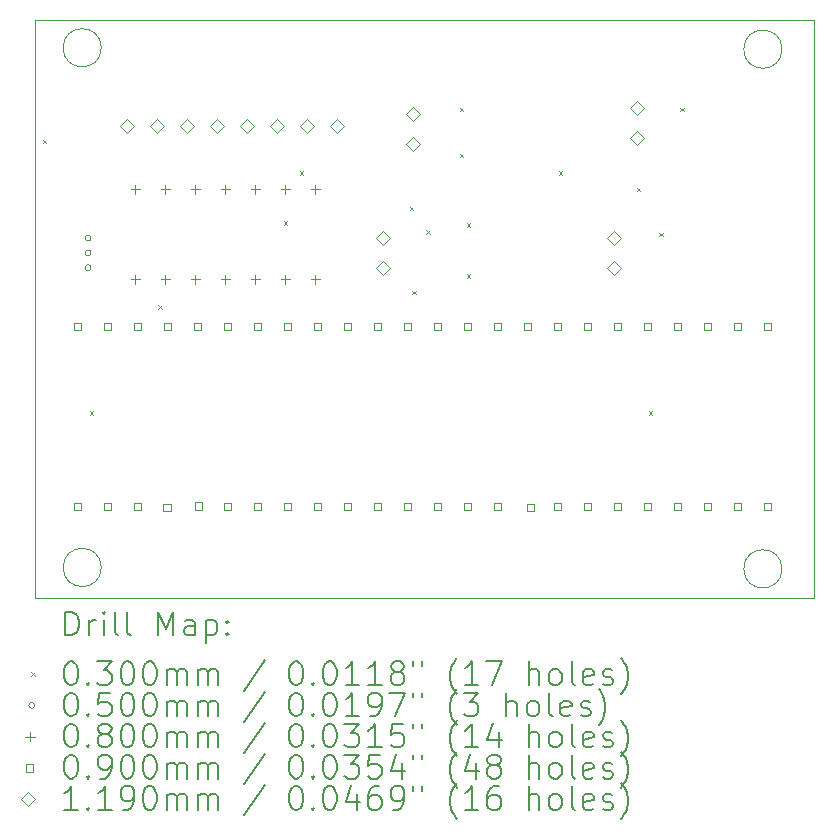
<source format=gbr>
%TF.GenerationSoftware,KiCad,Pcbnew,9.0.2*%
%TF.CreationDate,2025-07-30T12:21:52-07:00*%
%TF.ProjectId,fsrPrototype3,66737250-726f-4746-9f74-797065332e6b,rev?*%
%TF.SameCoordinates,Original*%
%TF.FileFunction,Drillmap*%
%TF.FilePolarity,Positive*%
%FSLAX45Y45*%
G04 Gerber Fmt 4.5, Leading zero omitted, Abs format (unit mm)*
G04 Created by KiCad (PCBNEW 9.0.2) date 2025-07-30 12:21:52*
%MOMM*%
%LPD*%
G01*
G04 APERTURE LIST*
%ADD10C,0.050000*%
%ADD11C,0.200000*%
%ADD12C,0.100000*%
%ADD13C,0.119000*%
G04 APERTURE END LIST*
D10*
X14225000Y-4250000D02*
G75*
G02*
X13901270Y-4250000I-161865J0D01*
G01*
X13901270Y-4250000D02*
G75*
G02*
X14225000Y-4250000I161865J0D01*
G01*
X7900000Y-8900000D02*
X14500000Y-8900000D01*
X7900000Y-4000000D02*
X7900000Y-8900000D01*
X8461865Y-8638135D02*
G75*
G02*
X8138135Y-8638135I-161865J0D01*
G01*
X8138135Y-8638135D02*
G75*
G02*
X8461865Y-8638135I161865J0D01*
G01*
X14500000Y-4000000D02*
X7900000Y-4000000D01*
X14225000Y-8650000D02*
G75*
G02*
X13901270Y-8650000I-161865J0D01*
G01*
X13901270Y-8650000D02*
G75*
G02*
X14225000Y-8650000I161865J0D01*
G01*
X8461865Y-4238135D02*
G75*
G02*
X8138135Y-4238135I-161865J0D01*
G01*
X8138135Y-4238135D02*
G75*
G02*
X8461865Y-4238135I161865J0D01*
G01*
X14500000Y-8900000D02*
X14500000Y-4000000D01*
D11*
D12*
X7965000Y-5015000D02*
X7995000Y-5045000D01*
X7995000Y-5015000D02*
X7965000Y-5045000D01*
X8365000Y-7315000D02*
X8395000Y-7345000D01*
X8395000Y-7315000D02*
X8365000Y-7345000D01*
X8944383Y-6416394D02*
X8974383Y-6446394D01*
X8974383Y-6416394D02*
X8944383Y-6446394D01*
X10005000Y-5705000D02*
X10035000Y-5735000D01*
X10035000Y-5705000D02*
X10005000Y-5735000D01*
X10143000Y-5285000D02*
X10173000Y-5315000D01*
X10173000Y-5285000D02*
X10143000Y-5315000D01*
X11075000Y-5585000D02*
X11105000Y-5615000D01*
X11105000Y-5585000D02*
X11075000Y-5615000D01*
X11095000Y-6295000D02*
X11125000Y-6325000D01*
X11125000Y-6295000D02*
X11095000Y-6325000D01*
X11215000Y-5785000D02*
X11245000Y-5815000D01*
X11245000Y-5785000D02*
X11215000Y-5815000D01*
X11495000Y-4745000D02*
X11525000Y-4775000D01*
X11525000Y-4745000D02*
X11495000Y-4775000D01*
X11495000Y-5135000D02*
X11525000Y-5165000D01*
X11525000Y-5135000D02*
X11495000Y-5165000D01*
X11555000Y-5725000D02*
X11585000Y-5755000D01*
X11585000Y-5725000D02*
X11555000Y-5755000D01*
X11555000Y-6155000D02*
X11585000Y-6185000D01*
X11585000Y-6155000D02*
X11555000Y-6185000D01*
X12335000Y-5285000D02*
X12365000Y-5315000D01*
X12365000Y-5285000D02*
X12335000Y-5315000D01*
X12995000Y-5425000D02*
X13025000Y-5455000D01*
X13025000Y-5425000D02*
X12995000Y-5455000D01*
X13095000Y-7315000D02*
X13125000Y-7345000D01*
X13125000Y-7315000D02*
X13095000Y-7345000D01*
X13185000Y-5805000D02*
X13215000Y-5835000D01*
X13215000Y-5805000D02*
X13185000Y-5835000D01*
X13365000Y-4745000D02*
X13395000Y-4775000D01*
X13395000Y-4745000D02*
X13365000Y-4775000D01*
X8375000Y-5850000D02*
G75*
G02*
X8325000Y-5850000I-25000J0D01*
G01*
X8325000Y-5850000D02*
G75*
G02*
X8375000Y-5850000I25000J0D01*
G01*
X8375000Y-5975000D02*
G75*
G02*
X8325000Y-5975000I-25000J0D01*
G01*
X8325000Y-5975000D02*
G75*
G02*
X8375000Y-5975000I25000J0D01*
G01*
X8375000Y-6100000D02*
G75*
G02*
X8325000Y-6100000I-25000J0D01*
G01*
X8325000Y-6100000D02*
G75*
G02*
X8375000Y-6100000I25000J0D01*
G01*
X8750000Y-5398000D02*
X8750000Y-5478000D01*
X8710000Y-5438000D02*
X8790000Y-5438000D01*
X8750000Y-6160000D02*
X8750000Y-6240000D01*
X8710000Y-6200000D02*
X8790000Y-6200000D01*
X9004000Y-5398000D02*
X9004000Y-5478000D01*
X8964000Y-5438000D02*
X9044000Y-5438000D01*
X9004000Y-6160000D02*
X9004000Y-6240000D01*
X8964000Y-6200000D02*
X9044000Y-6200000D01*
X9258000Y-5398000D02*
X9258000Y-5478000D01*
X9218000Y-5438000D02*
X9298000Y-5438000D01*
X9258000Y-6160000D02*
X9258000Y-6240000D01*
X9218000Y-6200000D02*
X9298000Y-6200000D01*
X9512000Y-5398000D02*
X9512000Y-5478000D01*
X9472000Y-5438000D02*
X9552000Y-5438000D01*
X9512000Y-6160000D02*
X9512000Y-6240000D01*
X9472000Y-6200000D02*
X9552000Y-6200000D01*
X9766000Y-5398000D02*
X9766000Y-5478000D01*
X9726000Y-5438000D02*
X9806000Y-5438000D01*
X9766000Y-6160000D02*
X9766000Y-6240000D01*
X9726000Y-6200000D02*
X9806000Y-6200000D01*
X10020000Y-5398000D02*
X10020000Y-5478000D01*
X9980000Y-5438000D02*
X10060000Y-5438000D01*
X10020000Y-6160000D02*
X10020000Y-6240000D01*
X9980000Y-6200000D02*
X10060000Y-6200000D01*
X10274000Y-5398000D02*
X10274000Y-5478000D01*
X10234000Y-5438000D02*
X10314000Y-5438000D01*
X10274000Y-6160000D02*
X10274000Y-6240000D01*
X10234000Y-6200000D02*
X10314000Y-6200000D01*
X8293820Y-6631820D02*
X8293820Y-6568180D01*
X8230180Y-6568180D01*
X8230180Y-6631820D01*
X8293820Y-6631820D01*
X8293820Y-8155820D02*
X8293820Y-8092180D01*
X8230180Y-8092180D01*
X8230180Y-8155820D01*
X8293820Y-8155820D01*
X8547820Y-6631820D02*
X8547820Y-6568180D01*
X8484180Y-6568180D01*
X8484180Y-6631820D01*
X8547820Y-6631820D01*
X8547820Y-8155820D02*
X8547820Y-8092180D01*
X8484180Y-8092180D01*
X8484180Y-8155820D01*
X8547820Y-8155820D01*
X8801820Y-6631820D02*
X8801820Y-6568180D01*
X8738180Y-6568180D01*
X8738180Y-6631820D01*
X8801820Y-6631820D01*
X8801820Y-8155820D02*
X8801820Y-8092180D01*
X8738180Y-8092180D01*
X8738180Y-8155820D01*
X8801820Y-8155820D01*
X9051612Y-8160524D02*
X9051612Y-8096884D01*
X8987972Y-8096884D01*
X8987972Y-8160524D01*
X9051612Y-8160524D01*
X9055820Y-6631820D02*
X9055820Y-6568180D01*
X8992180Y-6568180D01*
X8992180Y-6631820D01*
X9055820Y-6631820D01*
X9309820Y-6631820D02*
X9309820Y-6568180D01*
X9246180Y-6568180D01*
X9246180Y-6631820D01*
X9309820Y-6631820D01*
X9314855Y-8151447D02*
X9314855Y-8087806D01*
X9251215Y-8087806D01*
X9251215Y-8151447D01*
X9314855Y-8151447D01*
X9563820Y-6631820D02*
X9563820Y-6568180D01*
X9500180Y-6568180D01*
X9500180Y-6631820D01*
X9563820Y-6631820D01*
X9563820Y-8155820D02*
X9563820Y-8092180D01*
X9500180Y-8092180D01*
X9500180Y-8155820D01*
X9563820Y-8155820D01*
X9817820Y-6631820D02*
X9817820Y-6568180D01*
X9754180Y-6568180D01*
X9754180Y-6631820D01*
X9817820Y-6631820D01*
X9817820Y-8155820D02*
X9817820Y-8092180D01*
X9754180Y-8092180D01*
X9754180Y-8155820D01*
X9817820Y-8155820D01*
X10071820Y-6631820D02*
X10071820Y-6568180D01*
X10008180Y-6568180D01*
X10008180Y-6631820D01*
X10071820Y-6631820D01*
X10071820Y-8155820D02*
X10071820Y-8092180D01*
X10008180Y-8092180D01*
X10008180Y-8155820D01*
X10071820Y-8155820D01*
X10325820Y-6631820D02*
X10325820Y-6568180D01*
X10262180Y-6568180D01*
X10262180Y-6631820D01*
X10325820Y-6631820D01*
X10325820Y-8155820D02*
X10325820Y-8092180D01*
X10262180Y-8092180D01*
X10262180Y-8155820D01*
X10325820Y-8155820D01*
X10579820Y-6631820D02*
X10579820Y-6568180D01*
X10516180Y-6568180D01*
X10516180Y-6631820D01*
X10579820Y-6631820D01*
X10579820Y-8155820D02*
X10579820Y-8092180D01*
X10516180Y-8092180D01*
X10516180Y-8155820D01*
X10579820Y-8155820D01*
X10833820Y-6631820D02*
X10833820Y-6568180D01*
X10770180Y-6568180D01*
X10770180Y-6631820D01*
X10833820Y-6631820D01*
X10833820Y-8155820D02*
X10833820Y-8092180D01*
X10770180Y-8092180D01*
X10770180Y-8155820D01*
X10833820Y-8155820D01*
X11087820Y-6631820D02*
X11087820Y-6568180D01*
X11024180Y-6568180D01*
X11024180Y-6631820D01*
X11087820Y-6631820D01*
X11087820Y-8155820D02*
X11087820Y-8092180D01*
X11024180Y-8092180D01*
X11024180Y-8155820D01*
X11087820Y-8155820D01*
X11341820Y-6631820D02*
X11341820Y-6568180D01*
X11278180Y-6568180D01*
X11278180Y-6631820D01*
X11341820Y-6631820D01*
X11341820Y-8155820D02*
X11341820Y-8092180D01*
X11278180Y-8092180D01*
X11278180Y-8155820D01*
X11341820Y-8155820D01*
X11595820Y-6631820D02*
X11595820Y-6568180D01*
X11532180Y-6568180D01*
X11532180Y-6631820D01*
X11595820Y-6631820D01*
X11595820Y-8155820D02*
X11595820Y-8092180D01*
X11532180Y-8092180D01*
X11532180Y-8155820D01*
X11595820Y-8155820D01*
X11849820Y-6631820D02*
X11849820Y-6568180D01*
X11786180Y-6568180D01*
X11786180Y-6631820D01*
X11849820Y-6631820D01*
X11849820Y-8155820D02*
X11849820Y-8092180D01*
X11786180Y-8092180D01*
X11786180Y-8155820D01*
X11849820Y-8155820D01*
X12103820Y-6631820D02*
X12103820Y-6568180D01*
X12040180Y-6568180D01*
X12040180Y-6631820D01*
X12103820Y-6631820D01*
X12128828Y-8160524D02*
X12128828Y-8096884D01*
X12065188Y-8096884D01*
X12065188Y-8160524D01*
X12128828Y-8160524D01*
X12357820Y-6631820D02*
X12357820Y-6568180D01*
X12294180Y-6568180D01*
X12294180Y-6631820D01*
X12357820Y-6631820D01*
X12357820Y-8155820D02*
X12357820Y-8092180D01*
X12294180Y-8092180D01*
X12294180Y-8155820D01*
X12357820Y-8155820D01*
X12611820Y-6631820D02*
X12611820Y-6568180D01*
X12548180Y-6568180D01*
X12548180Y-6631820D01*
X12611820Y-6631820D01*
X12611820Y-8155820D02*
X12611820Y-8092180D01*
X12548180Y-8092180D01*
X12548180Y-8155820D01*
X12611820Y-8155820D01*
X12865820Y-6631820D02*
X12865820Y-6568180D01*
X12802180Y-6568180D01*
X12802180Y-6631820D01*
X12865820Y-6631820D01*
X12865820Y-8155820D02*
X12865820Y-8092180D01*
X12802180Y-8092180D01*
X12802180Y-8155820D01*
X12865820Y-8155820D01*
X13119820Y-6631820D02*
X13119820Y-6568180D01*
X13056180Y-6568180D01*
X13056180Y-6631820D01*
X13119820Y-6631820D01*
X13119820Y-8155820D02*
X13119820Y-8092180D01*
X13056180Y-8092180D01*
X13056180Y-8155820D01*
X13119820Y-8155820D01*
X13373820Y-6631820D02*
X13373820Y-6568180D01*
X13310180Y-6568180D01*
X13310180Y-6631820D01*
X13373820Y-6631820D01*
X13373820Y-8155820D02*
X13373820Y-8092180D01*
X13310180Y-8092180D01*
X13310180Y-8155820D01*
X13373820Y-8155820D01*
X13627820Y-6631820D02*
X13627820Y-6568180D01*
X13564180Y-6568180D01*
X13564180Y-6631820D01*
X13627820Y-6631820D01*
X13627820Y-8155820D02*
X13627820Y-8092180D01*
X13564180Y-8092180D01*
X13564180Y-8155820D01*
X13627820Y-8155820D01*
X13881820Y-6631820D02*
X13881820Y-6568180D01*
X13818180Y-6568180D01*
X13818180Y-6631820D01*
X13881820Y-6631820D01*
X13881820Y-8155820D02*
X13881820Y-8092180D01*
X13818180Y-8092180D01*
X13818180Y-8155820D01*
X13881820Y-8155820D01*
X14135820Y-6631820D02*
X14135820Y-6568180D01*
X14072180Y-6568180D01*
X14072180Y-6631820D01*
X14135820Y-6631820D01*
X14135820Y-8155820D02*
X14135820Y-8092180D01*
X14072180Y-8092180D01*
X14072180Y-8155820D01*
X14135820Y-8155820D01*
D13*
X8680000Y-4959500D02*
X8739500Y-4900000D01*
X8680000Y-4840500D01*
X8620500Y-4900000D01*
X8680000Y-4959500D01*
X8934000Y-4959500D02*
X8993500Y-4900000D01*
X8934000Y-4840500D01*
X8874500Y-4900000D01*
X8934000Y-4959500D01*
X9188000Y-4959500D02*
X9247500Y-4900000D01*
X9188000Y-4840500D01*
X9128500Y-4900000D01*
X9188000Y-4959500D01*
X9442000Y-4959500D02*
X9501500Y-4900000D01*
X9442000Y-4840500D01*
X9382500Y-4900000D01*
X9442000Y-4959500D01*
X9696000Y-4959500D02*
X9755500Y-4900000D01*
X9696000Y-4840500D01*
X9636500Y-4900000D01*
X9696000Y-4959500D01*
X9950000Y-4959500D02*
X10009500Y-4900000D01*
X9950000Y-4840500D01*
X9890500Y-4900000D01*
X9950000Y-4959500D01*
X10204000Y-4959500D02*
X10263500Y-4900000D01*
X10204000Y-4840500D01*
X10144500Y-4900000D01*
X10204000Y-4959500D01*
X10458000Y-4959500D02*
X10517500Y-4900000D01*
X10458000Y-4840500D01*
X10398500Y-4900000D01*
X10458000Y-4959500D01*
X10850000Y-5909500D02*
X10909500Y-5850000D01*
X10850000Y-5790500D01*
X10790500Y-5850000D01*
X10850000Y-5909500D01*
X10850000Y-6163500D02*
X10909500Y-6104000D01*
X10850000Y-6044500D01*
X10790500Y-6104000D01*
X10850000Y-6163500D01*
X11100000Y-4859500D02*
X11159500Y-4800000D01*
X11100000Y-4740500D01*
X11040500Y-4800000D01*
X11100000Y-4859500D01*
X11100000Y-5113500D02*
X11159500Y-5054000D01*
X11100000Y-4994500D01*
X11040500Y-5054000D01*
X11100000Y-5113500D01*
X12800000Y-5909500D02*
X12859500Y-5850000D01*
X12800000Y-5790500D01*
X12740500Y-5850000D01*
X12800000Y-5909500D01*
X12800000Y-6163500D02*
X12859500Y-6104000D01*
X12800000Y-6044500D01*
X12740500Y-6104000D01*
X12800000Y-6163500D01*
X13000000Y-4809500D02*
X13059500Y-4750000D01*
X13000000Y-4690500D01*
X12940500Y-4750000D01*
X13000000Y-4809500D01*
X13000000Y-5063500D02*
X13059500Y-5004000D01*
X13000000Y-4944500D01*
X12940500Y-5004000D01*
X13000000Y-5063500D01*
D11*
X8158277Y-9213984D02*
X8158277Y-9013984D01*
X8158277Y-9013984D02*
X8205896Y-9013984D01*
X8205896Y-9013984D02*
X8234467Y-9023508D01*
X8234467Y-9023508D02*
X8253515Y-9042555D01*
X8253515Y-9042555D02*
X8263039Y-9061603D01*
X8263039Y-9061603D02*
X8272562Y-9099698D01*
X8272562Y-9099698D02*
X8272562Y-9128270D01*
X8272562Y-9128270D02*
X8263039Y-9166365D01*
X8263039Y-9166365D02*
X8253515Y-9185412D01*
X8253515Y-9185412D02*
X8234467Y-9204460D01*
X8234467Y-9204460D02*
X8205896Y-9213984D01*
X8205896Y-9213984D02*
X8158277Y-9213984D01*
X8358277Y-9213984D02*
X8358277Y-9080650D01*
X8358277Y-9118746D02*
X8367801Y-9099698D01*
X8367801Y-9099698D02*
X8377324Y-9090174D01*
X8377324Y-9090174D02*
X8396372Y-9080650D01*
X8396372Y-9080650D02*
X8415420Y-9080650D01*
X8482086Y-9213984D02*
X8482086Y-9080650D01*
X8482086Y-9013984D02*
X8472563Y-9023508D01*
X8472563Y-9023508D02*
X8482086Y-9033031D01*
X8482086Y-9033031D02*
X8491610Y-9023508D01*
X8491610Y-9023508D02*
X8482086Y-9013984D01*
X8482086Y-9013984D02*
X8482086Y-9033031D01*
X8605896Y-9213984D02*
X8586848Y-9204460D01*
X8586848Y-9204460D02*
X8577324Y-9185412D01*
X8577324Y-9185412D02*
X8577324Y-9013984D01*
X8710658Y-9213984D02*
X8691610Y-9204460D01*
X8691610Y-9204460D02*
X8682086Y-9185412D01*
X8682086Y-9185412D02*
X8682086Y-9013984D01*
X8939229Y-9213984D02*
X8939229Y-9013984D01*
X8939229Y-9013984D02*
X9005896Y-9156841D01*
X9005896Y-9156841D02*
X9072563Y-9013984D01*
X9072563Y-9013984D02*
X9072563Y-9213984D01*
X9253515Y-9213984D02*
X9253515Y-9109222D01*
X9253515Y-9109222D02*
X9243991Y-9090174D01*
X9243991Y-9090174D02*
X9224944Y-9080650D01*
X9224944Y-9080650D02*
X9186848Y-9080650D01*
X9186848Y-9080650D02*
X9167801Y-9090174D01*
X9253515Y-9204460D02*
X9234467Y-9213984D01*
X9234467Y-9213984D02*
X9186848Y-9213984D01*
X9186848Y-9213984D02*
X9167801Y-9204460D01*
X9167801Y-9204460D02*
X9158277Y-9185412D01*
X9158277Y-9185412D02*
X9158277Y-9166365D01*
X9158277Y-9166365D02*
X9167801Y-9147317D01*
X9167801Y-9147317D02*
X9186848Y-9137793D01*
X9186848Y-9137793D02*
X9234467Y-9137793D01*
X9234467Y-9137793D02*
X9253515Y-9128270D01*
X9348753Y-9080650D02*
X9348753Y-9280650D01*
X9348753Y-9090174D02*
X9367801Y-9080650D01*
X9367801Y-9080650D02*
X9405896Y-9080650D01*
X9405896Y-9080650D02*
X9424944Y-9090174D01*
X9424944Y-9090174D02*
X9434467Y-9099698D01*
X9434467Y-9099698D02*
X9443991Y-9118746D01*
X9443991Y-9118746D02*
X9443991Y-9175889D01*
X9443991Y-9175889D02*
X9434467Y-9194936D01*
X9434467Y-9194936D02*
X9424944Y-9204460D01*
X9424944Y-9204460D02*
X9405896Y-9213984D01*
X9405896Y-9213984D02*
X9367801Y-9213984D01*
X9367801Y-9213984D02*
X9348753Y-9204460D01*
X9529705Y-9194936D02*
X9539229Y-9204460D01*
X9539229Y-9204460D02*
X9529705Y-9213984D01*
X9529705Y-9213984D02*
X9520182Y-9204460D01*
X9520182Y-9204460D02*
X9529705Y-9194936D01*
X9529705Y-9194936D02*
X9529705Y-9213984D01*
X9529705Y-9090174D02*
X9539229Y-9099698D01*
X9539229Y-9099698D02*
X9529705Y-9109222D01*
X9529705Y-9109222D02*
X9520182Y-9099698D01*
X9520182Y-9099698D02*
X9529705Y-9090174D01*
X9529705Y-9090174D02*
X9529705Y-9109222D01*
D12*
X7867500Y-9527500D02*
X7897500Y-9557500D01*
X7897500Y-9527500D02*
X7867500Y-9557500D01*
D11*
X8196372Y-9433984D02*
X8215420Y-9433984D01*
X8215420Y-9433984D02*
X8234467Y-9443508D01*
X8234467Y-9443508D02*
X8243991Y-9453031D01*
X8243991Y-9453031D02*
X8253515Y-9472079D01*
X8253515Y-9472079D02*
X8263039Y-9510174D01*
X8263039Y-9510174D02*
X8263039Y-9557793D01*
X8263039Y-9557793D02*
X8253515Y-9595889D01*
X8253515Y-9595889D02*
X8243991Y-9614936D01*
X8243991Y-9614936D02*
X8234467Y-9624460D01*
X8234467Y-9624460D02*
X8215420Y-9633984D01*
X8215420Y-9633984D02*
X8196372Y-9633984D01*
X8196372Y-9633984D02*
X8177324Y-9624460D01*
X8177324Y-9624460D02*
X8167801Y-9614936D01*
X8167801Y-9614936D02*
X8158277Y-9595889D01*
X8158277Y-9595889D02*
X8148753Y-9557793D01*
X8148753Y-9557793D02*
X8148753Y-9510174D01*
X8148753Y-9510174D02*
X8158277Y-9472079D01*
X8158277Y-9472079D02*
X8167801Y-9453031D01*
X8167801Y-9453031D02*
X8177324Y-9443508D01*
X8177324Y-9443508D02*
X8196372Y-9433984D01*
X8348753Y-9614936D02*
X8358277Y-9624460D01*
X8358277Y-9624460D02*
X8348753Y-9633984D01*
X8348753Y-9633984D02*
X8339229Y-9624460D01*
X8339229Y-9624460D02*
X8348753Y-9614936D01*
X8348753Y-9614936D02*
X8348753Y-9633984D01*
X8424944Y-9433984D02*
X8548753Y-9433984D01*
X8548753Y-9433984D02*
X8482086Y-9510174D01*
X8482086Y-9510174D02*
X8510658Y-9510174D01*
X8510658Y-9510174D02*
X8529705Y-9519698D01*
X8529705Y-9519698D02*
X8539229Y-9529222D01*
X8539229Y-9529222D02*
X8548753Y-9548270D01*
X8548753Y-9548270D02*
X8548753Y-9595889D01*
X8548753Y-9595889D02*
X8539229Y-9614936D01*
X8539229Y-9614936D02*
X8529705Y-9624460D01*
X8529705Y-9624460D02*
X8510658Y-9633984D01*
X8510658Y-9633984D02*
X8453515Y-9633984D01*
X8453515Y-9633984D02*
X8434467Y-9624460D01*
X8434467Y-9624460D02*
X8424944Y-9614936D01*
X8672563Y-9433984D02*
X8691610Y-9433984D01*
X8691610Y-9433984D02*
X8710658Y-9443508D01*
X8710658Y-9443508D02*
X8720182Y-9453031D01*
X8720182Y-9453031D02*
X8729705Y-9472079D01*
X8729705Y-9472079D02*
X8739229Y-9510174D01*
X8739229Y-9510174D02*
X8739229Y-9557793D01*
X8739229Y-9557793D02*
X8729705Y-9595889D01*
X8729705Y-9595889D02*
X8720182Y-9614936D01*
X8720182Y-9614936D02*
X8710658Y-9624460D01*
X8710658Y-9624460D02*
X8691610Y-9633984D01*
X8691610Y-9633984D02*
X8672563Y-9633984D01*
X8672563Y-9633984D02*
X8653515Y-9624460D01*
X8653515Y-9624460D02*
X8643991Y-9614936D01*
X8643991Y-9614936D02*
X8634467Y-9595889D01*
X8634467Y-9595889D02*
X8624944Y-9557793D01*
X8624944Y-9557793D02*
X8624944Y-9510174D01*
X8624944Y-9510174D02*
X8634467Y-9472079D01*
X8634467Y-9472079D02*
X8643991Y-9453031D01*
X8643991Y-9453031D02*
X8653515Y-9443508D01*
X8653515Y-9443508D02*
X8672563Y-9433984D01*
X8863039Y-9433984D02*
X8882086Y-9433984D01*
X8882086Y-9433984D02*
X8901134Y-9443508D01*
X8901134Y-9443508D02*
X8910658Y-9453031D01*
X8910658Y-9453031D02*
X8920182Y-9472079D01*
X8920182Y-9472079D02*
X8929705Y-9510174D01*
X8929705Y-9510174D02*
X8929705Y-9557793D01*
X8929705Y-9557793D02*
X8920182Y-9595889D01*
X8920182Y-9595889D02*
X8910658Y-9614936D01*
X8910658Y-9614936D02*
X8901134Y-9624460D01*
X8901134Y-9624460D02*
X8882086Y-9633984D01*
X8882086Y-9633984D02*
X8863039Y-9633984D01*
X8863039Y-9633984D02*
X8843991Y-9624460D01*
X8843991Y-9624460D02*
X8834467Y-9614936D01*
X8834467Y-9614936D02*
X8824944Y-9595889D01*
X8824944Y-9595889D02*
X8815420Y-9557793D01*
X8815420Y-9557793D02*
X8815420Y-9510174D01*
X8815420Y-9510174D02*
X8824944Y-9472079D01*
X8824944Y-9472079D02*
X8834467Y-9453031D01*
X8834467Y-9453031D02*
X8843991Y-9443508D01*
X8843991Y-9443508D02*
X8863039Y-9433984D01*
X9015420Y-9633984D02*
X9015420Y-9500650D01*
X9015420Y-9519698D02*
X9024944Y-9510174D01*
X9024944Y-9510174D02*
X9043991Y-9500650D01*
X9043991Y-9500650D02*
X9072563Y-9500650D01*
X9072563Y-9500650D02*
X9091610Y-9510174D01*
X9091610Y-9510174D02*
X9101134Y-9529222D01*
X9101134Y-9529222D02*
X9101134Y-9633984D01*
X9101134Y-9529222D02*
X9110658Y-9510174D01*
X9110658Y-9510174D02*
X9129705Y-9500650D01*
X9129705Y-9500650D02*
X9158277Y-9500650D01*
X9158277Y-9500650D02*
X9177325Y-9510174D01*
X9177325Y-9510174D02*
X9186848Y-9529222D01*
X9186848Y-9529222D02*
X9186848Y-9633984D01*
X9282086Y-9633984D02*
X9282086Y-9500650D01*
X9282086Y-9519698D02*
X9291610Y-9510174D01*
X9291610Y-9510174D02*
X9310658Y-9500650D01*
X9310658Y-9500650D02*
X9339229Y-9500650D01*
X9339229Y-9500650D02*
X9358277Y-9510174D01*
X9358277Y-9510174D02*
X9367801Y-9529222D01*
X9367801Y-9529222D02*
X9367801Y-9633984D01*
X9367801Y-9529222D02*
X9377325Y-9510174D01*
X9377325Y-9510174D02*
X9396372Y-9500650D01*
X9396372Y-9500650D02*
X9424944Y-9500650D01*
X9424944Y-9500650D02*
X9443991Y-9510174D01*
X9443991Y-9510174D02*
X9453515Y-9529222D01*
X9453515Y-9529222D02*
X9453515Y-9633984D01*
X9843991Y-9424460D02*
X9672563Y-9681603D01*
X10101134Y-9433984D02*
X10120182Y-9433984D01*
X10120182Y-9433984D02*
X10139229Y-9443508D01*
X10139229Y-9443508D02*
X10148753Y-9453031D01*
X10148753Y-9453031D02*
X10158277Y-9472079D01*
X10158277Y-9472079D02*
X10167801Y-9510174D01*
X10167801Y-9510174D02*
X10167801Y-9557793D01*
X10167801Y-9557793D02*
X10158277Y-9595889D01*
X10158277Y-9595889D02*
X10148753Y-9614936D01*
X10148753Y-9614936D02*
X10139229Y-9624460D01*
X10139229Y-9624460D02*
X10120182Y-9633984D01*
X10120182Y-9633984D02*
X10101134Y-9633984D01*
X10101134Y-9633984D02*
X10082087Y-9624460D01*
X10082087Y-9624460D02*
X10072563Y-9614936D01*
X10072563Y-9614936D02*
X10063039Y-9595889D01*
X10063039Y-9595889D02*
X10053515Y-9557793D01*
X10053515Y-9557793D02*
X10053515Y-9510174D01*
X10053515Y-9510174D02*
X10063039Y-9472079D01*
X10063039Y-9472079D02*
X10072563Y-9453031D01*
X10072563Y-9453031D02*
X10082087Y-9443508D01*
X10082087Y-9443508D02*
X10101134Y-9433984D01*
X10253515Y-9614936D02*
X10263039Y-9624460D01*
X10263039Y-9624460D02*
X10253515Y-9633984D01*
X10253515Y-9633984D02*
X10243991Y-9624460D01*
X10243991Y-9624460D02*
X10253515Y-9614936D01*
X10253515Y-9614936D02*
X10253515Y-9633984D01*
X10386848Y-9433984D02*
X10405896Y-9433984D01*
X10405896Y-9433984D02*
X10424944Y-9443508D01*
X10424944Y-9443508D02*
X10434468Y-9453031D01*
X10434468Y-9453031D02*
X10443991Y-9472079D01*
X10443991Y-9472079D02*
X10453515Y-9510174D01*
X10453515Y-9510174D02*
X10453515Y-9557793D01*
X10453515Y-9557793D02*
X10443991Y-9595889D01*
X10443991Y-9595889D02*
X10434468Y-9614936D01*
X10434468Y-9614936D02*
X10424944Y-9624460D01*
X10424944Y-9624460D02*
X10405896Y-9633984D01*
X10405896Y-9633984D02*
X10386848Y-9633984D01*
X10386848Y-9633984D02*
X10367801Y-9624460D01*
X10367801Y-9624460D02*
X10358277Y-9614936D01*
X10358277Y-9614936D02*
X10348753Y-9595889D01*
X10348753Y-9595889D02*
X10339229Y-9557793D01*
X10339229Y-9557793D02*
X10339229Y-9510174D01*
X10339229Y-9510174D02*
X10348753Y-9472079D01*
X10348753Y-9472079D02*
X10358277Y-9453031D01*
X10358277Y-9453031D02*
X10367801Y-9443508D01*
X10367801Y-9443508D02*
X10386848Y-9433984D01*
X10643991Y-9633984D02*
X10529706Y-9633984D01*
X10586848Y-9633984D02*
X10586848Y-9433984D01*
X10586848Y-9433984D02*
X10567801Y-9462555D01*
X10567801Y-9462555D02*
X10548753Y-9481603D01*
X10548753Y-9481603D02*
X10529706Y-9491127D01*
X10834468Y-9633984D02*
X10720182Y-9633984D01*
X10777325Y-9633984D02*
X10777325Y-9433984D01*
X10777325Y-9433984D02*
X10758277Y-9462555D01*
X10758277Y-9462555D02*
X10739229Y-9481603D01*
X10739229Y-9481603D02*
X10720182Y-9491127D01*
X10948753Y-9519698D02*
X10929706Y-9510174D01*
X10929706Y-9510174D02*
X10920182Y-9500650D01*
X10920182Y-9500650D02*
X10910658Y-9481603D01*
X10910658Y-9481603D02*
X10910658Y-9472079D01*
X10910658Y-9472079D02*
X10920182Y-9453031D01*
X10920182Y-9453031D02*
X10929706Y-9443508D01*
X10929706Y-9443508D02*
X10948753Y-9433984D01*
X10948753Y-9433984D02*
X10986849Y-9433984D01*
X10986849Y-9433984D02*
X11005896Y-9443508D01*
X11005896Y-9443508D02*
X11015420Y-9453031D01*
X11015420Y-9453031D02*
X11024944Y-9472079D01*
X11024944Y-9472079D02*
X11024944Y-9481603D01*
X11024944Y-9481603D02*
X11015420Y-9500650D01*
X11015420Y-9500650D02*
X11005896Y-9510174D01*
X11005896Y-9510174D02*
X10986849Y-9519698D01*
X10986849Y-9519698D02*
X10948753Y-9519698D01*
X10948753Y-9519698D02*
X10929706Y-9529222D01*
X10929706Y-9529222D02*
X10920182Y-9538746D01*
X10920182Y-9538746D02*
X10910658Y-9557793D01*
X10910658Y-9557793D02*
X10910658Y-9595889D01*
X10910658Y-9595889D02*
X10920182Y-9614936D01*
X10920182Y-9614936D02*
X10929706Y-9624460D01*
X10929706Y-9624460D02*
X10948753Y-9633984D01*
X10948753Y-9633984D02*
X10986849Y-9633984D01*
X10986849Y-9633984D02*
X11005896Y-9624460D01*
X11005896Y-9624460D02*
X11015420Y-9614936D01*
X11015420Y-9614936D02*
X11024944Y-9595889D01*
X11024944Y-9595889D02*
X11024944Y-9557793D01*
X11024944Y-9557793D02*
X11015420Y-9538746D01*
X11015420Y-9538746D02*
X11005896Y-9529222D01*
X11005896Y-9529222D02*
X10986849Y-9519698D01*
X11101134Y-9433984D02*
X11101134Y-9472079D01*
X11177325Y-9433984D02*
X11177325Y-9472079D01*
X11472563Y-9710174D02*
X11463039Y-9700650D01*
X11463039Y-9700650D02*
X11443991Y-9672079D01*
X11443991Y-9672079D02*
X11434468Y-9653031D01*
X11434468Y-9653031D02*
X11424944Y-9624460D01*
X11424944Y-9624460D02*
X11415420Y-9576841D01*
X11415420Y-9576841D02*
X11415420Y-9538746D01*
X11415420Y-9538746D02*
X11424944Y-9491127D01*
X11424944Y-9491127D02*
X11434468Y-9462555D01*
X11434468Y-9462555D02*
X11443991Y-9443508D01*
X11443991Y-9443508D02*
X11463039Y-9414936D01*
X11463039Y-9414936D02*
X11472563Y-9405412D01*
X11653515Y-9633984D02*
X11539229Y-9633984D01*
X11596372Y-9633984D02*
X11596372Y-9433984D01*
X11596372Y-9433984D02*
X11577325Y-9462555D01*
X11577325Y-9462555D02*
X11558277Y-9481603D01*
X11558277Y-9481603D02*
X11539229Y-9491127D01*
X11720182Y-9433984D02*
X11853515Y-9433984D01*
X11853515Y-9433984D02*
X11767801Y-9633984D01*
X12082087Y-9633984D02*
X12082087Y-9433984D01*
X12167801Y-9633984D02*
X12167801Y-9529222D01*
X12167801Y-9529222D02*
X12158277Y-9510174D01*
X12158277Y-9510174D02*
X12139230Y-9500650D01*
X12139230Y-9500650D02*
X12110658Y-9500650D01*
X12110658Y-9500650D02*
X12091610Y-9510174D01*
X12091610Y-9510174D02*
X12082087Y-9519698D01*
X12291610Y-9633984D02*
X12272563Y-9624460D01*
X12272563Y-9624460D02*
X12263039Y-9614936D01*
X12263039Y-9614936D02*
X12253515Y-9595889D01*
X12253515Y-9595889D02*
X12253515Y-9538746D01*
X12253515Y-9538746D02*
X12263039Y-9519698D01*
X12263039Y-9519698D02*
X12272563Y-9510174D01*
X12272563Y-9510174D02*
X12291610Y-9500650D01*
X12291610Y-9500650D02*
X12320182Y-9500650D01*
X12320182Y-9500650D02*
X12339230Y-9510174D01*
X12339230Y-9510174D02*
X12348753Y-9519698D01*
X12348753Y-9519698D02*
X12358277Y-9538746D01*
X12358277Y-9538746D02*
X12358277Y-9595889D01*
X12358277Y-9595889D02*
X12348753Y-9614936D01*
X12348753Y-9614936D02*
X12339230Y-9624460D01*
X12339230Y-9624460D02*
X12320182Y-9633984D01*
X12320182Y-9633984D02*
X12291610Y-9633984D01*
X12472563Y-9633984D02*
X12453515Y-9624460D01*
X12453515Y-9624460D02*
X12443991Y-9605412D01*
X12443991Y-9605412D02*
X12443991Y-9433984D01*
X12624944Y-9624460D02*
X12605896Y-9633984D01*
X12605896Y-9633984D02*
X12567801Y-9633984D01*
X12567801Y-9633984D02*
X12548753Y-9624460D01*
X12548753Y-9624460D02*
X12539230Y-9605412D01*
X12539230Y-9605412D02*
X12539230Y-9529222D01*
X12539230Y-9529222D02*
X12548753Y-9510174D01*
X12548753Y-9510174D02*
X12567801Y-9500650D01*
X12567801Y-9500650D02*
X12605896Y-9500650D01*
X12605896Y-9500650D02*
X12624944Y-9510174D01*
X12624944Y-9510174D02*
X12634468Y-9529222D01*
X12634468Y-9529222D02*
X12634468Y-9548270D01*
X12634468Y-9548270D02*
X12539230Y-9567317D01*
X12710658Y-9624460D02*
X12729706Y-9633984D01*
X12729706Y-9633984D02*
X12767801Y-9633984D01*
X12767801Y-9633984D02*
X12786849Y-9624460D01*
X12786849Y-9624460D02*
X12796372Y-9605412D01*
X12796372Y-9605412D02*
X12796372Y-9595889D01*
X12796372Y-9595889D02*
X12786849Y-9576841D01*
X12786849Y-9576841D02*
X12767801Y-9567317D01*
X12767801Y-9567317D02*
X12739230Y-9567317D01*
X12739230Y-9567317D02*
X12720182Y-9557793D01*
X12720182Y-9557793D02*
X12710658Y-9538746D01*
X12710658Y-9538746D02*
X12710658Y-9529222D01*
X12710658Y-9529222D02*
X12720182Y-9510174D01*
X12720182Y-9510174D02*
X12739230Y-9500650D01*
X12739230Y-9500650D02*
X12767801Y-9500650D01*
X12767801Y-9500650D02*
X12786849Y-9510174D01*
X12863039Y-9710174D02*
X12872563Y-9700650D01*
X12872563Y-9700650D02*
X12891611Y-9672079D01*
X12891611Y-9672079D02*
X12901134Y-9653031D01*
X12901134Y-9653031D02*
X12910658Y-9624460D01*
X12910658Y-9624460D02*
X12920182Y-9576841D01*
X12920182Y-9576841D02*
X12920182Y-9538746D01*
X12920182Y-9538746D02*
X12910658Y-9491127D01*
X12910658Y-9491127D02*
X12901134Y-9462555D01*
X12901134Y-9462555D02*
X12891611Y-9443508D01*
X12891611Y-9443508D02*
X12872563Y-9414936D01*
X12872563Y-9414936D02*
X12863039Y-9405412D01*
D12*
X7897500Y-9806500D02*
G75*
G02*
X7847500Y-9806500I-25000J0D01*
G01*
X7847500Y-9806500D02*
G75*
G02*
X7897500Y-9806500I25000J0D01*
G01*
D11*
X8196372Y-9697984D02*
X8215420Y-9697984D01*
X8215420Y-9697984D02*
X8234467Y-9707508D01*
X8234467Y-9707508D02*
X8243991Y-9717031D01*
X8243991Y-9717031D02*
X8253515Y-9736079D01*
X8253515Y-9736079D02*
X8263039Y-9774174D01*
X8263039Y-9774174D02*
X8263039Y-9821793D01*
X8263039Y-9821793D02*
X8253515Y-9859889D01*
X8253515Y-9859889D02*
X8243991Y-9878936D01*
X8243991Y-9878936D02*
X8234467Y-9888460D01*
X8234467Y-9888460D02*
X8215420Y-9897984D01*
X8215420Y-9897984D02*
X8196372Y-9897984D01*
X8196372Y-9897984D02*
X8177324Y-9888460D01*
X8177324Y-9888460D02*
X8167801Y-9878936D01*
X8167801Y-9878936D02*
X8158277Y-9859889D01*
X8158277Y-9859889D02*
X8148753Y-9821793D01*
X8148753Y-9821793D02*
X8148753Y-9774174D01*
X8148753Y-9774174D02*
X8158277Y-9736079D01*
X8158277Y-9736079D02*
X8167801Y-9717031D01*
X8167801Y-9717031D02*
X8177324Y-9707508D01*
X8177324Y-9707508D02*
X8196372Y-9697984D01*
X8348753Y-9878936D02*
X8358277Y-9888460D01*
X8358277Y-9888460D02*
X8348753Y-9897984D01*
X8348753Y-9897984D02*
X8339229Y-9888460D01*
X8339229Y-9888460D02*
X8348753Y-9878936D01*
X8348753Y-9878936D02*
X8348753Y-9897984D01*
X8539229Y-9697984D02*
X8443991Y-9697984D01*
X8443991Y-9697984D02*
X8434467Y-9793222D01*
X8434467Y-9793222D02*
X8443991Y-9783698D01*
X8443991Y-9783698D02*
X8463039Y-9774174D01*
X8463039Y-9774174D02*
X8510658Y-9774174D01*
X8510658Y-9774174D02*
X8529705Y-9783698D01*
X8529705Y-9783698D02*
X8539229Y-9793222D01*
X8539229Y-9793222D02*
X8548753Y-9812270D01*
X8548753Y-9812270D02*
X8548753Y-9859889D01*
X8548753Y-9859889D02*
X8539229Y-9878936D01*
X8539229Y-9878936D02*
X8529705Y-9888460D01*
X8529705Y-9888460D02*
X8510658Y-9897984D01*
X8510658Y-9897984D02*
X8463039Y-9897984D01*
X8463039Y-9897984D02*
X8443991Y-9888460D01*
X8443991Y-9888460D02*
X8434467Y-9878936D01*
X8672563Y-9697984D02*
X8691610Y-9697984D01*
X8691610Y-9697984D02*
X8710658Y-9707508D01*
X8710658Y-9707508D02*
X8720182Y-9717031D01*
X8720182Y-9717031D02*
X8729705Y-9736079D01*
X8729705Y-9736079D02*
X8739229Y-9774174D01*
X8739229Y-9774174D02*
X8739229Y-9821793D01*
X8739229Y-9821793D02*
X8729705Y-9859889D01*
X8729705Y-9859889D02*
X8720182Y-9878936D01*
X8720182Y-9878936D02*
X8710658Y-9888460D01*
X8710658Y-9888460D02*
X8691610Y-9897984D01*
X8691610Y-9897984D02*
X8672563Y-9897984D01*
X8672563Y-9897984D02*
X8653515Y-9888460D01*
X8653515Y-9888460D02*
X8643991Y-9878936D01*
X8643991Y-9878936D02*
X8634467Y-9859889D01*
X8634467Y-9859889D02*
X8624944Y-9821793D01*
X8624944Y-9821793D02*
X8624944Y-9774174D01*
X8624944Y-9774174D02*
X8634467Y-9736079D01*
X8634467Y-9736079D02*
X8643991Y-9717031D01*
X8643991Y-9717031D02*
X8653515Y-9707508D01*
X8653515Y-9707508D02*
X8672563Y-9697984D01*
X8863039Y-9697984D02*
X8882086Y-9697984D01*
X8882086Y-9697984D02*
X8901134Y-9707508D01*
X8901134Y-9707508D02*
X8910658Y-9717031D01*
X8910658Y-9717031D02*
X8920182Y-9736079D01*
X8920182Y-9736079D02*
X8929705Y-9774174D01*
X8929705Y-9774174D02*
X8929705Y-9821793D01*
X8929705Y-9821793D02*
X8920182Y-9859889D01*
X8920182Y-9859889D02*
X8910658Y-9878936D01*
X8910658Y-9878936D02*
X8901134Y-9888460D01*
X8901134Y-9888460D02*
X8882086Y-9897984D01*
X8882086Y-9897984D02*
X8863039Y-9897984D01*
X8863039Y-9897984D02*
X8843991Y-9888460D01*
X8843991Y-9888460D02*
X8834467Y-9878936D01*
X8834467Y-9878936D02*
X8824944Y-9859889D01*
X8824944Y-9859889D02*
X8815420Y-9821793D01*
X8815420Y-9821793D02*
X8815420Y-9774174D01*
X8815420Y-9774174D02*
X8824944Y-9736079D01*
X8824944Y-9736079D02*
X8834467Y-9717031D01*
X8834467Y-9717031D02*
X8843991Y-9707508D01*
X8843991Y-9707508D02*
X8863039Y-9697984D01*
X9015420Y-9897984D02*
X9015420Y-9764650D01*
X9015420Y-9783698D02*
X9024944Y-9774174D01*
X9024944Y-9774174D02*
X9043991Y-9764650D01*
X9043991Y-9764650D02*
X9072563Y-9764650D01*
X9072563Y-9764650D02*
X9091610Y-9774174D01*
X9091610Y-9774174D02*
X9101134Y-9793222D01*
X9101134Y-9793222D02*
X9101134Y-9897984D01*
X9101134Y-9793222D02*
X9110658Y-9774174D01*
X9110658Y-9774174D02*
X9129705Y-9764650D01*
X9129705Y-9764650D02*
X9158277Y-9764650D01*
X9158277Y-9764650D02*
X9177325Y-9774174D01*
X9177325Y-9774174D02*
X9186848Y-9793222D01*
X9186848Y-9793222D02*
X9186848Y-9897984D01*
X9282086Y-9897984D02*
X9282086Y-9764650D01*
X9282086Y-9783698D02*
X9291610Y-9774174D01*
X9291610Y-9774174D02*
X9310658Y-9764650D01*
X9310658Y-9764650D02*
X9339229Y-9764650D01*
X9339229Y-9764650D02*
X9358277Y-9774174D01*
X9358277Y-9774174D02*
X9367801Y-9793222D01*
X9367801Y-9793222D02*
X9367801Y-9897984D01*
X9367801Y-9793222D02*
X9377325Y-9774174D01*
X9377325Y-9774174D02*
X9396372Y-9764650D01*
X9396372Y-9764650D02*
X9424944Y-9764650D01*
X9424944Y-9764650D02*
X9443991Y-9774174D01*
X9443991Y-9774174D02*
X9453515Y-9793222D01*
X9453515Y-9793222D02*
X9453515Y-9897984D01*
X9843991Y-9688460D02*
X9672563Y-9945603D01*
X10101134Y-9697984D02*
X10120182Y-9697984D01*
X10120182Y-9697984D02*
X10139229Y-9707508D01*
X10139229Y-9707508D02*
X10148753Y-9717031D01*
X10148753Y-9717031D02*
X10158277Y-9736079D01*
X10158277Y-9736079D02*
X10167801Y-9774174D01*
X10167801Y-9774174D02*
X10167801Y-9821793D01*
X10167801Y-9821793D02*
X10158277Y-9859889D01*
X10158277Y-9859889D02*
X10148753Y-9878936D01*
X10148753Y-9878936D02*
X10139229Y-9888460D01*
X10139229Y-9888460D02*
X10120182Y-9897984D01*
X10120182Y-9897984D02*
X10101134Y-9897984D01*
X10101134Y-9897984D02*
X10082087Y-9888460D01*
X10082087Y-9888460D02*
X10072563Y-9878936D01*
X10072563Y-9878936D02*
X10063039Y-9859889D01*
X10063039Y-9859889D02*
X10053515Y-9821793D01*
X10053515Y-9821793D02*
X10053515Y-9774174D01*
X10053515Y-9774174D02*
X10063039Y-9736079D01*
X10063039Y-9736079D02*
X10072563Y-9717031D01*
X10072563Y-9717031D02*
X10082087Y-9707508D01*
X10082087Y-9707508D02*
X10101134Y-9697984D01*
X10253515Y-9878936D02*
X10263039Y-9888460D01*
X10263039Y-9888460D02*
X10253515Y-9897984D01*
X10253515Y-9897984D02*
X10243991Y-9888460D01*
X10243991Y-9888460D02*
X10253515Y-9878936D01*
X10253515Y-9878936D02*
X10253515Y-9897984D01*
X10386848Y-9697984D02*
X10405896Y-9697984D01*
X10405896Y-9697984D02*
X10424944Y-9707508D01*
X10424944Y-9707508D02*
X10434468Y-9717031D01*
X10434468Y-9717031D02*
X10443991Y-9736079D01*
X10443991Y-9736079D02*
X10453515Y-9774174D01*
X10453515Y-9774174D02*
X10453515Y-9821793D01*
X10453515Y-9821793D02*
X10443991Y-9859889D01*
X10443991Y-9859889D02*
X10434468Y-9878936D01*
X10434468Y-9878936D02*
X10424944Y-9888460D01*
X10424944Y-9888460D02*
X10405896Y-9897984D01*
X10405896Y-9897984D02*
X10386848Y-9897984D01*
X10386848Y-9897984D02*
X10367801Y-9888460D01*
X10367801Y-9888460D02*
X10358277Y-9878936D01*
X10358277Y-9878936D02*
X10348753Y-9859889D01*
X10348753Y-9859889D02*
X10339229Y-9821793D01*
X10339229Y-9821793D02*
X10339229Y-9774174D01*
X10339229Y-9774174D02*
X10348753Y-9736079D01*
X10348753Y-9736079D02*
X10358277Y-9717031D01*
X10358277Y-9717031D02*
X10367801Y-9707508D01*
X10367801Y-9707508D02*
X10386848Y-9697984D01*
X10643991Y-9897984D02*
X10529706Y-9897984D01*
X10586848Y-9897984D02*
X10586848Y-9697984D01*
X10586848Y-9697984D02*
X10567801Y-9726555D01*
X10567801Y-9726555D02*
X10548753Y-9745603D01*
X10548753Y-9745603D02*
X10529706Y-9755127D01*
X10739229Y-9897984D02*
X10777325Y-9897984D01*
X10777325Y-9897984D02*
X10796372Y-9888460D01*
X10796372Y-9888460D02*
X10805896Y-9878936D01*
X10805896Y-9878936D02*
X10824944Y-9850365D01*
X10824944Y-9850365D02*
X10834468Y-9812270D01*
X10834468Y-9812270D02*
X10834468Y-9736079D01*
X10834468Y-9736079D02*
X10824944Y-9717031D01*
X10824944Y-9717031D02*
X10815420Y-9707508D01*
X10815420Y-9707508D02*
X10796372Y-9697984D01*
X10796372Y-9697984D02*
X10758277Y-9697984D01*
X10758277Y-9697984D02*
X10739229Y-9707508D01*
X10739229Y-9707508D02*
X10729706Y-9717031D01*
X10729706Y-9717031D02*
X10720182Y-9736079D01*
X10720182Y-9736079D02*
X10720182Y-9783698D01*
X10720182Y-9783698D02*
X10729706Y-9802746D01*
X10729706Y-9802746D02*
X10739229Y-9812270D01*
X10739229Y-9812270D02*
X10758277Y-9821793D01*
X10758277Y-9821793D02*
X10796372Y-9821793D01*
X10796372Y-9821793D02*
X10815420Y-9812270D01*
X10815420Y-9812270D02*
X10824944Y-9802746D01*
X10824944Y-9802746D02*
X10834468Y-9783698D01*
X10901134Y-9697984D02*
X11034468Y-9697984D01*
X11034468Y-9697984D02*
X10948753Y-9897984D01*
X11101134Y-9697984D02*
X11101134Y-9736079D01*
X11177325Y-9697984D02*
X11177325Y-9736079D01*
X11472563Y-9974174D02*
X11463039Y-9964650D01*
X11463039Y-9964650D02*
X11443991Y-9936079D01*
X11443991Y-9936079D02*
X11434468Y-9917031D01*
X11434468Y-9917031D02*
X11424944Y-9888460D01*
X11424944Y-9888460D02*
X11415420Y-9840841D01*
X11415420Y-9840841D02*
X11415420Y-9802746D01*
X11415420Y-9802746D02*
X11424944Y-9755127D01*
X11424944Y-9755127D02*
X11434468Y-9726555D01*
X11434468Y-9726555D02*
X11443991Y-9707508D01*
X11443991Y-9707508D02*
X11463039Y-9678936D01*
X11463039Y-9678936D02*
X11472563Y-9669412D01*
X11529706Y-9697984D02*
X11653515Y-9697984D01*
X11653515Y-9697984D02*
X11586848Y-9774174D01*
X11586848Y-9774174D02*
X11615420Y-9774174D01*
X11615420Y-9774174D02*
X11634468Y-9783698D01*
X11634468Y-9783698D02*
X11643991Y-9793222D01*
X11643991Y-9793222D02*
X11653515Y-9812270D01*
X11653515Y-9812270D02*
X11653515Y-9859889D01*
X11653515Y-9859889D02*
X11643991Y-9878936D01*
X11643991Y-9878936D02*
X11634468Y-9888460D01*
X11634468Y-9888460D02*
X11615420Y-9897984D01*
X11615420Y-9897984D02*
X11558277Y-9897984D01*
X11558277Y-9897984D02*
X11539229Y-9888460D01*
X11539229Y-9888460D02*
X11529706Y-9878936D01*
X11891610Y-9897984D02*
X11891610Y-9697984D01*
X11977325Y-9897984D02*
X11977325Y-9793222D01*
X11977325Y-9793222D02*
X11967801Y-9774174D01*
X11967801Y-9774174D02*
X11948753Y-9764650D01*
X11948753Y-9764650D02*
X11920182Y-9764650D01*
X11920182Y-9764650D02*
X11901134Y-9774174D01*
X11901134Y-9774174D02*
X11891610Y-9783698D01*
X12101134Y-9897984D02*
X12082087Y-9888460D01*
X12082087Y-9888460D02*
X12072563Y-9878936D01*
X12072563Y-9878936D02*
X12063039Y-9859889D01*
X12063039Y-9859889D02*
X12063039Y-9802746D01*
X12063039Y-9802746D02*
X12072563Y-9783698D01*
X12072563Y-9783698D02*
X12082087Y-9774174D01*
X12082087Y-9774174D02*
X12101134Y-9764650D01*
X12101134Y-9764650D02*
X12129706Y-9764650D01*
X12129706Y-9764650D02*
X12148753Y-9774174D01*
X12148753Y-9774174D02*
X12158277Y-9783698D01*
X12158277Y-9783698D02*
X12167801Y-9802746D01*
X12167801Y-9802746D02*
X12167801Y-9859889D01*
X12167801Y-9859889D02*
X12158277Y-9878936D01*
X12158277Y-9878936D02*
X12148753Y-9888460D01*
X12148753Y-9888460D02*
X12129706Y-9897984D01*
X12129706Y-9897984D02*
X12101134Y-9897984D01*
X12282087Y-9897984D02*
X12263039Y-9888460D01*
X12263039Y-9888460D02*
X12253515Y-9869412D01*
X12253515Y-9869412D02*
X12253515Y-9697984D01*
X12434468Y-9888460D02*
X12415420Y-9897984D01*
X12415420Y-9897984D02*
X12377325Y-9897984D01*
X12377325Y-9897984D02*
X12358277Y-9888460D01*
X12358277Y-9888460D02*
X12348753Y-9869412D01*
X12348753Y-9869412D02*
X12348753Y-9793222D01*
X12348753Y-9793222D02*
X12358277Y-9774174D01*
X12358277Y-9774174D02*
X12377325Y-9764650D01*
X12377325Y-9764650D02*
X12415420Y-9764650D01*
X12415420Y-9764650D02*
X12434468Y-9774174D01*
X12434468Y-9774174D02*
X12443991Y-9793222D01*
X12443991Y-9793222D02*
X12443991Y-9812270D01*
X12443991Y-9812270D02*
X12348753Y-9831317D01*
X12520182Y-9888460D02*
X12539230Y-9897984D01*
X12539230Y-9897984D02*
X12577325Y-9897984D01*
X12577325Y-9897984D02*
X12596372Y-9888460D01*
X12596372Y-9888460D02*
X12605896Y-9869412D01*
X12605896Y-9869412D02*
X12605896Y-9859889D01*
X12605896Y-9859889D02*
X12596372Y-9840841D01*
X12596372Y-9840841D02*
X12577325Y-9831317D01*
X12577325Y-9831317D02*
X12548753Y-9831317D01*
X12548753Y-9831317D02*
X12529706Y-9821793D01*
X12529706Y-9821793D02*
X12520182Y-9802746D01*
X12520182Y-9802746D02*
X12520182Y-9793222D01*
X12520182Y-9793222D02*
X12529706Y-9774174D01*
X12529706Y-9774174D02*
X12548753Y-9764650D01*
X12548753Y-9764650D02*
X12577325Y-9764650D01*
X12577325Y-9764650D02*
X12596372Y-9774174D01*
X12672563Y-9974174D02*
X12682087Y-9964650D01*
X12682087Y-9964650D02*
X12701134Y-9936079D01*
X12701134Y-9936079D02*
X12710658Y-9917031D01*
X12710658Y-9917031D02*
X12720182Y-9888460D01*
X12720182Y-9888460D02*
X12729706Y-9840841D01*
X12729706Y-9840841D02*
X12729706Y-9802746D01*
X12729706Y-9802746D02*
X12720182Y-9755127D01*
X12720182Y-9755127D02*
X12710658Y-9726555D01*
X12710658Y-9726555D02*
X12701134Y-9707508D01*
X12701134Y-9707508D02*
X12682087Y-9678936D01*
X12682087Y-9678936D02*
X12672563Y-9669412D01*
D12*
X7857500Y-10030500D02*
X7857500Y-10110500D01*
X7817500Y-10070500D02*
X7897500Y-10070500D01*
D11*
X8196372Y-9961984D02*
X8215420Y-9961984D01*
X8215420Y-9961984D02*
X8234467Y-9971508D01*
X8234467Y-9971508D02*
X8243991Y-9981031D01*
X8243991Y-9981031D02*
X8253515Y-10000079D01*
X8253515Y-10000079D02*
X8263039Y-10038174D01*
X8263039Y-10038174D02*
X8263039Y-10085793D01*
X8263039Y-10085793D02*
X8253515Y-10123889D01*
X8253515Y-10123889D02*
X8243991Y-10142936D01*
X8243991Y-10142936D02*
X8234467Y-10152460D01*
X8234467Y-10152460D02*
X8215420Y-10161984D01*
X8215420Y-10161984D02*
X8196372Y-10161984D01*
X8196372Y-10161984D02*
X8177324Y-10152460D01*
X8177324Y-10152460D02*
X8167801Y-10142936D01*
X8167801Y-10142936D02*
X8158277Y-10123889D01*
X8158277Y-10123889D02*
X8148753Y-10085793D01*
X8148753Y-10085793D02*
X8148753Y-10038174D01*
X8148753Y-10038174D02*
X8158277Y-10000079D01*
X8158277Y-10000079D02*
X8167801Y-9981031D01*
X8167801Y-9981031D02*
X8177324Y-9971508D01*
X8177324Y-9971508D02*
X8196372Y-9961984D01*
X8348753Y-10142936D02*
X8358277Y-10152460D01*
X8358277Y-10152460D02*
X8348753Y-10161984D01*
X8348753Y-10161984D02*
X8339229Y-10152460D01*
X8339229Y-10152460D02*
X8348753Y-10142936D01*
X8348753Y-10142936D02*
X8348753Y-10161984D01*
X8472563Y-10047698D02*
X8453515Y-10038174D01*
X8453515Y-10038174D02*
X8443991Y-10028650D01*
X8443991Y-10028650D02*
X8434467Y-10009603D01*
X8434467Y-10009603D02*
X8434467Y-10000079D01*
X8434467Y-10000079D02*
X8443991Y-9981031D01*
X8443991Y-9981031D02*
X8453515Y-9971508D01*
X8453515Y-9971508D02*
X8472563Y-9961984D01*
X8472563Y-9961984D02*
X8510658Y-9961984D01*
X8510658Y-9961984D02*
X8529705Y-9971508D01*
X8529705Y-9971508D02*
X8539229Y-9981031D01*
X8539229Y-9981031D02*
X8548753Y-10000079D01*
X8548753Y-10000079D02*
X8548753Y-10009603D01*
X8548753Y-10009603D02*
X8539229Y-10028650D01*
X8539229Y-10028650D02*
X8529705Y-10038174D01*
X8529705Y-10038174D02*
X8510658Y-10047698D01*
X8510658Y-10047698D02*
X8472563Y-10047698D01*
X8472563Y-10047698D02*
X8453515Y-10057222D01*
X8453515Y-10057222D02*
X8443991Y-10066746D01*
X8443991Y-10066746D02*
X8434467Y-10085793D01*
X8434467Y-10085793D02*
X8434467Y-10123889D01*
X8434467Y-10123889D02*
X8443991Y-10142936D01*
X8443991Y-10142936D02*
X8453515Y-10152460D01*
X8453515Y-10152460D02*
X8472563Y-10161984D01*
X8472563Y-10161984D02*
X8510658Y-10161984D01*
X8510658Y-10161984D02*
X8529705Y-10152460D01*
X8529705Y-10152460D02*
X8539229Y-10142936D01*
X8539229Y-10142936D02*
X8548753Y-10123889D01*
X8548753Y-10123889D02*
X8548753Y-10085793D01*
X8548753Y-10085793D02*
X8539229Y-10066746D01*
X8539229Y-10066746D02*
X8529705Y-10057222D01*
X8529705Y-10057222D02*
X8510658Y-10047698D01*
X8672563Y-9961984D02*
X8691610Y-9961984D01*
X8691610Y-9961984D02*
X8710658Y-9971508D01*
X8710658Y-9971508D02*
X8720182Y-9981031D01*
X8720182Y-9981031D02*
X8729705Y-10000079D01*
X8729705Y-10000079D02*
X8739229Y-10038174D01*
X8739229Y-10038174D02*
X8739229Y-10085793D01*
X8739229Y-10085793D02*
X8729705Y-10123889D01*
X8729705Y-10123889D02*
X8720182Y-10142936D01*
X8720182Y-10142936D02*
X8710658Y-10152460D01*
X8710658Y-10152460D02*
X8691610Y-10161984D01*
X8691610Y-10161984D02*
X8672563Y-10161984D01*
X8672563Y-10161984D02*
X8653515Y-10152460D01*
X8653515Y-10152460D02*
X8643991Y-10142936D01*
X8643991Y-10142936D02*
X8634467Y-10123889D01*
X8634467Y-10123889D02*
X8624944Y-10085793D01*
X8624944Y-10085793D02*
X8624944Y-10038174D01*
X8624944Y-10038174D02*
X8634467Y-10000079D01*
X8634467Y-10000079D02*
X8643991Y-9981031D01*
X8643991Y-9981031D02*
X8653515Y-9971508D01*
X8653515Y-9971508D02*
X8672563Y-9961984D01*
X8863039Y-9961984D02*
X8882086Y-9961984D01*
X8882086Y-9961984D02*
X8901134Y-9971508D01*
X8901134Y-9971508D02*
X8910658Y-9981031D01*
X8910658Y-9981031D02*
X8920182Y-10000079D01*
X8920182Y-10000079D02*
X8929705Y-10038174D01*
X8929705Y-10038174D02*
X8929705Y-10085793D01*
X8929705Y-10085793D02*
X8920182Y-10123889D01*
X8920182Y-10123889D02*
X8910658Y-10142936D01*
X8910658Y-10142936D02*
X8901134Y-10152460D01*
X8901134Y-10152460D02*
X8882086Y-10161984D01*
X8882086Y-10161984D02*
X8863039Y-10161984D01*
X8863039Y-10161984D02*
X8843991Y-10152460D01*
X8843991Y-10152460D02*
X8834467Y-10142936D01*
X8834467Y-10142936D02*
X8824944Y-10123889D01*
X8824944Y-10123889D02*
X8815420Y-10085793D01*
X8815420Y-10085793D02*
X8815420Y-10038174D01*
X8815420Y-10038174D02*
X8824944Y-10000079D01*
X8824944Y-10000079D02*
X8834467Y-9981031D01*
X8834467Y-9981031D02*
X8843991Y-9971508D01*
X8843991Y-9971508D02*
X8863039Y-9961984D01*
X9015420Y-10161984D02*
X9015420Y-10028650D01*
X9015420Y-10047698D02*
X9024944Y-10038174D01*
X9024944Y-10038174D02*
X9043991Y-10028650D01*
X9043991Y-10028650D02*
X9072563Y-10028650D01*
X9072563Y-10028650D02*
X9091610Y-10038174D01*
X9091610Y-10038174D02*
X9101134Y-10057222D01*
X9101134Y-10057222D02*
X9101134Y-10161984D01*
X9101134Y-10057222D02*
X9110658Y-10038174D01*
X9110658Y-10038174D02*
X9129705Y-10028650D01*
X9129705Y-10028650D02*
X9158277Y-10028650D01*
X9158277Y-10028650D02*
X9177325Y-10038174D01*
X9177325Y-10038174D02*
X9186848Y-10057222D01*
X9186848Y-10057222D02*
X9186848Y-10161984D01*
X9282086Y-10161984D02*
X9282086Y-10028650D01*
X9282086Y-10047698D02*
X9291610Y-10038174D01*
X9291610Y-10038174D02*
X9310658Y-10028650D01*
X9310658Y-10028650D02*
X9339229Y-10028650D01*
X9339229Y-10028650D02*
X9358277Y-10038174D01*
X9358277Y-10038174D02*
X9367801Y-10057222D01*
X9367801Y-10057222D02*
X9367801Y-10161984D01*
X9367801Y-10057222D02*
X9377325Y-10038174D01*
X9377325Y-10038174D02*
X9396372Y-10028650D01*
X9396372Y-10028650D02*
X9424944Y-10028650D01*
X9424944Y-10028650D02*
X9443991Y-10038174D01*
X9443991Y-10038174D02*
X9453515Y-10057222D01*
X9453515Y-10057222D02*
X9453515Y-10161984D01*
X9843991Y-9952460D02*
X9672563Y-10209603D01*
X10101134Y-9961984D02*
X10120182Y-9961984D01*
X10120182Y-9961984D02*
X10139229Y-9971508D01*
X10139229Y-9971508D02*
X10148753Y-9981031D01*
X10148753Y-9981031D02*
X10158277Y-10000079D01*
X10158277Y-10000079D02*
X10167801Y-10038174D01*
X10167801Y-10038174D02*
X10167801Y-10085793D01*
X10167801Y-10085793D02*
X10158277Y-10123889D01*
X10158277Y-10123889D02*
X10148753Y-10142936D01*
X10148753Y-10142936D02*
X10139229Y-10152460D01*
X10139229Y-10152460D02*
X10120182Y-10161984D01*
X10120182Y-10161984D02*
X10101134Y-10161984D01*
X10101134Y-10161984D02*
X10082087Y-10152460D01*
X10082087Y-10152460D02*
X10072563Y-10142936D01*
X10072563Y-10142936D02*
X10063039Y-10123889D01*
X10063039Y-10123889D02*
X10053515Y-10085793D01*
X10053515Y-10085793D02*
X10053515Y-10038174D01*
X10053515Y-10038174D02*
X10063039Y-10000079D01*
X10063039Y-10000079D02*
X10072563Y-9981031D01*
X10072563Y-9981031D02*
X10082087Y-9971508D01*
X10082087Y-9971508D02*
X10101134Y-9961984D01*
X10253515Y-10142936D02*
X10263039Y-10152460D01*
X10263039Y-10152460D02*
X10253515Y-10161984D01*
X10253515Y-10161984D02*
X10243991Y-10152460D01*
X10243991Y-10152460D02*
X10253515Y-10142936D01*
X10253515Y-10142936D02*
X10253515Y-10161984D01*
X10386848Y-9961984D02*
X10405896Y-9961984D01*
X10405896Y-9961984D02*
X10424944Y-9971508D01*
X10424944Y-9971508D02*
X10434468Y-9981031D01*
X10434468Y-9981031D02*
X10443991Y-10000079D01*
X10443991Y-10000079D02*
X10453515Y-10038174D01*
X10453515Y-10038174D02*
X10453515Y-10085793D01*
X10453515Y-10085793D02*
X10443991Y-10123889D01*
X10443991Y-10123889D02*
X10434468Y-10142936D01*
X10434468Y-10142936D02*
X10424944Y-10152460D01*
X10424944Y-10152460D02*
X10405896Y-10161984D01*
X10405896Y-10161984D02*
X10386848Y-10161984D01*
X10386848Y-10161984D02*
X10367801Y-10152460D01*
X10367801Y-10152460D02*
X10358277Y-10142936D01*
X10358277Y-10142936D02*
X10348753Y-10123889D01*
X10348753Y-10123889D02*
X10339229Y-10085793D01*
X10339229Y-10085793D02*
X10339229Y-10038174D01*
X10339229Y-10038174D02*
X10348753Y-10000079D01*
X10348753Y-10000079D02*
X10358277Y-9981031D01*
X10358277Y-9981031D02*
X10367801Y-9971508D01*
X10367801Y-9971508D02*
X10386848Y-9961984D01*
X10520182Y-9961984D02*
X10643991Y-9961984D01*
X10643991Y-9961984D02*
X10577325Y-10038174D01*
X10577325Y-10038174D02*
X10605896Y-10038174D01*
X10605896Y-10038174D02*
X10624944Y-10047698D01*
X10624944Y-10047698D02*
X10634468Y-10057222D01*
X10634468Y-10057222D02*
X10643991Y-10076270D01*
X10643991Y-10076270D02*
X10643991Y-10123889D01*
X10643991Y-10123889D02*
X10634468Y-10142936D01*
X10634468Y-10142936D02*
X10624944Y-10152460D01*
X10624944Y-10152460D02*
X10605896Y-10161984D01*
X10605896Y-10161984D02*
X10548753Y-10161984D01*
X10548753Y-10161984D02*
X10529706Y-10152460D01*
X10529706Y-10152460D02*
X10520182Y-10142936D01*
X10834468Y-10161984D02*
X10720182Y-10161984D01*
X10777325Y-10161984D02*
X10777325Y-9961984D01*
X10777325Y-9961984D02*
X10758277Y-9990555D01*
X10758277Y-9990555D02*
X10739229Y-10009603D01*
X10739229Y-10009603D02*
X10720182Y-10019127D01*
X11015420Y-9961984D02*
X10920182Y-9961984D01*
X10920182Y-9961984D02*
X10910658Y-10057222D01*
X10910658Y-10057222D02*
X10920182Y-10047698D01*
X10920182Y-10047698D02*
X10939229Y-10038174D01*
X10939229Y-10038174D02*
X10986849Y-10038174D01*
X10986849Y-10038174D02*
X11005896Y-10047698D01*
X11005896Y-10047698D02*
X11015420Y-10057222D01*
X11015420Y-10057222D02*
X11024944Y-10076270D01*
X11024944Y-10076270D02*
X11024944Y-10123889D01*
X11024944Y-10123889D02*
X11015420Y-10142936D01*
X11015420Y-10142936D02*
X11005896Y-10152460D01*
X11005896Y-10152460D02*
X10986849Y-10161984D01*
X10986849Y-10161984D02*
X10939229Y-10161984D01*
X10939229Y-10161984D02*
X10920182Y-10152460D01*
X10920182Y-10152460D02*
X10910658Y-10142936D01*
X11101134Y-9961984D02*
X11101134Y-10000079D01*
X11177325Y-9961984D02*
X11177325Y-10000079D01*
X11472563Y-10238174D02*
X11463039Y-10228650D01*
X11463039Y-10228650D02*
X11443991Y-10200079D01*
X11443991Y-10200079D02*
X11434468Y-10181031D01*
X11434468Y-10181031D02*
X11424944Y-10152460D01*
X11424944Y-10152460D02*
X11415420Y-10104841D01*
X11415420Y-10104841D02*
X11415420Y-10066746D01*
X11415420Y-10066746D02*
X11424944Y-10019127D01*
X11424944Y-10019127D02*
X11434468Y-9990555D01*
X11434468Y-9990555D02*
X11443991Y-9971508D01*
X11443991Y-9971508D02*
X11463039Y-9942936D01*
X11463039Y-9942936D02*
X11472563Y-9933412D01*
X11653515Y-10161984D02*
X11539229Y-10161984D01*
X11596372Y-10161984D02*
X11596372Y-9961984D01*
X11596372Y-9961984D02*
X11577325Y-9990555D01*
X11577325Y-9990555D02*
X11558277Y-10009603D01*
X11558277Y-10009603D02*
X11539229Y-10019127D01*
X11824944Y-10028650D02*
X11824944Y-10161984D01*
X11777325Y-9952460D02*
X11729706Y-10095317D01*
X11729706Y-10095317D02*
X11853515Y-10095317D01*
X12082087Y-10161984D02*
X12082087Y-9961984D01*
X12167801Y-10161984D02*
X12167801Y-10057222D01*
X12167801Y-10057222D02*
X12158277Y-10038174D01*
X12158277Y-10038174D02*
X12139230Y-10028650D01*
X12139230Y-10028650D02*
X12110658Y-10028650D01*
X12110658Y-10028650D02*
X12091610Y-10038174D01*
X12091610Y-10038174D02*
X12082087Y-10047698D01*
X12291610Y-10161984D02*
X12272563Y-10152460D01*
X12272563Y-10152460D02*
X12263039Y-10142936D01*
X12263039Y-10142936D02*
X12253515Y-10123889D01*
X12253515Y-10123889D02*
X12253515Y-10066746D01*
X12253515Y-10066746D02*
X12263039Y-10047698D01*
X12263039Y-10047698D02*
X12272563Y-10038174D01*
X12272563Y-10038174D02*
X12291610Y-10028650D01*
X12291610Y-10028650D02*
X12320182Y-10028650D01*
X12320182Y-10028650D02*
X12339230Y-10038174D01*
X12339230Y-10038174D02*
X12348753Y-10047698D01*
X12348753Y-10047698D02*
X12358277Y-10066746D01*
X12358277Y-10066746D02*
X12358277Y-10123889D01*
X12358277Y-10123889D02*
X12348753Y-10142936D01*
X12348753Y-10142936D02*
X12339230Y-10152460D01*
X12339230Y-10152460D02*
X12320182Y-10161984D01*
X12320182Y-10161984D02*
X12291610Y-10161984D01*
X12472563Y-10161984D02*
X12453515Y-10152460D01*
X12453515Y-10152460D02*
X12443991Y-10133412D01*
X12443991Y-10133412D02*
X12443991Y-9961984D01*
X12624944Y-10152460D02*
X12605896Y-10161984D01*
X12605896Y-10161984D02*
X12567801Y-10161984D01*
X12567801Y-10161984D02*
X12548753Y-10152460D01*
X12548753Y-10152460D02*
X12539230Y-10133412D01*
X12539230Y-10133412D02*
X12539230Y-10057222D01*
X12539230Y-10057222D02*
X12548753Y-10038174D01*
X12548753Y-10038174D02*
X12567801Y-10028650D01*
X12567801Y-10028650D02*
X12605896Y-10028650D01*
X12605896Y-10028650D02*
X12624944Y-10038174D01*
X12624944Y-10038174D02*
X12634468Y-10057222D01*
X12634468Y-10057222D02*
X12634468Y-10076270D01*
X12634468Y-10076270D02*
X12539230Y-10095317D01*
X12710658Y-10152460D02*
X12729706Y-10161984D01*
X12729706Y-10161984D02*
X12767801Y-10161984D01*
X12767801Y-10161984D02*
X12786849Y-10152460D01*
X12786849Y-10152460D02*
X12796372Y-10133412D01*
X12796372Y-10133412D02*
X12796372Y-10123889D01*
X12796372Y-10123889D02*
X12786849Y-10104841D01*
X12786849Y-10104841D02*
X12767801Y-10095317D01*
X12767801Y-10095317D02*
X12739230Y-10095317D01*
X12739230Y-10095317D02*
X12720182Y-10085793D01*
X12720182Y-10085793D02*
X12710658Y-10066746D01*
X12710658Y-10066746D02*
X12710658Y-10057222D01*
X12710658Y-10057222D02*
X12720182Y-10038174D01*
X12720182Y-10038174D02*
X12739230Y-10028650D01*
X12739230Y-10028650D02*
X12767801Y-10028650D01*
X12767801Y-10028650D02*
X12786849Y-10038174D01*
X12863039Y-10238174D02*
X12872563Y-10228650D01*
X12872563Y-10228650D02*
X12891611Y-10200079D01*
X12891611Y-10200079D02*
X12901134Y-10181031D01*
X12901134Y-10181031D02*
X12910658Y-10152460D01*
X12910658Y-10152460D02*
X12920182Y-10104841D01*
X12920182Y-10104841D02*
X12920182Y-10066746D01*
X12920182Y-10066746D02*
X12910658Y-10019127D01*
X12910658Y-10019127D02*
X12901134Y-9990555D01*
X12901134Y-9990555D02*
X12891611Y-9971508D01*
X12891611Y-9971508D02*
X12872563Y-9942936D01*
X12872563Y-9942936D02*
X12863039Y-9933412D01*
D12*
X7884320Y-10366320D02*
X7884320Y-10302680D01*
X7820680Y-10302680D01*
X7820680Y-10366320D01*
X7884320Y-10366320D01*
D11*
X8196372Y-10225984D02*
X8215420Y-10225984D01*
X8215420Y-10225984D02*
X8234467Y-10235508D01*
X8234467Y-10235508D02*
X8243991Y-10245031D01*
X8243991Y-10245031D02*
X8253515Y-10264079D01*
X8253515Y-10264079D02*
X8263039Y-10302174D01*
X8263039Y-10302174D02*
X8263039Y-10349793D01*
X8263039Y-10349793D02*
X8253515Y-10387889D01*
X8253515Y-10387889D02*
X8243991Y-10406936D01*
X8243991Y-10406936D02*
X8234467Y-10416460D01*
X8234467Y-10416460D02*
X8215420Y-10425984D01*
X8215420Y-10425984D02*
X8196372Y-10425984D01*
X8196372Y-10425984D02*
X8177324Y-10416460D01*
X8177324Y-10416460D02*
X8167801Y-10406936D01*
X8167801Y-10406936D02*
X8158277Y-10387889D01*
X8158277Y-10387889D02*
X8148753Y-10349793D01*
X8148753Y-10349793D02*
X8148753Y-10302174D01*
X8148753Y-10302174D02*
X8158277Y-10264079D01*
X8158277Y-10264079D02*
X8167801Y-10245031D01*
X8167801Y-10245031D02*
X8177324Y-10235508D01*
X8177324Y-10235508D02*
X8196372Y-10225984D01*
X8348753Y-10406936D02*
X8358277Y-10416460D01*
X8358277Y-10416460D02*
X8348753Y-10425984D01*
X8348753Y-10425984D02*
X8339229Y-10416460D01*
X8339229Y-10416460D02*
X8348753Y-10406936D01*
X8348753Y-10406936D02*
X8348753Y-10425984D01*
X8453515Y-10425984D02*
X8491610Y-10425984D01*
X8491610Y-10425984D02*
X8510658Y-10416460D01*
X8510658Y-10416460D02*
X8520182Y-10406936D01*
X8520182Y-10406936D02*
X8539229Y-10378365D01*
X8539229Y-10378365D02*
X8548753Y-10340270D01*
X8548753Y-10340270D02*
X8548753Y-10264079D01*
X8548753Y-10264079D02*
X8539229Y-10245031D01*
X8539229Y-10245031D02*
X8529705Y-10235508D01*
X8529705Y-10235508D02*
X8510658Y-10225984D01*
X8510658Y-10225984D02*
X8472563Y-10225984D01*
X8472563Y-10225984D02*
X8453515Y-10235508D01*
X8453515Y-10235508D02*
X8443991Y-10245031D01*
X8443991Y-10245031D02*
X8434467Y-10264079D01*
X8434467Y-10264079D02*
X8434467Y-10311698D01*
X8434467Y-10311698D02*
X8443991Y-10330746D01*
X8443991Y-10330746D02*
X8453515Y-10340270D01*
X8453515Y-10340270D02*
X8472563Y-10349793D01*
X8472563Y-10349793D02*
X8510658Y-10349793D01*
X8510658Y-10349793D02*
X8529705Y-10340270D01*
X8529705Y-10340270D02*
X8539229Y-10330746D01*
X8539229Y-10330746D02*
X8548753Y-10311698D01*
X8672563Y-10225984D02*
X8691610Y-10225984D01*
X8691610Y-10225984D02*
X8710658Y-10235508D01*
X8710658Y-10235508D02*
X8720182Y-10245031D01*
X8720182Y-10245031D02*
X8729705Y-10264079D01*
X8729705Y-10264079D02*
X8739229Y-10302174D01*
X8739229Y-10302174D02*
X8739229Y-10349793D01*
X8739229Y-10349793D02*
X8729705Y-10387889D01*
X8729705Y-10387889D02*
X8720182Y-10406936D01*
X8720182Y-10406936D02*
X8710658Y-10416460D01*
X8710658Y-10416460D02*
X8691610Y-10425984D01*
X8691610Y-10425984D02*
X8672563Y-10425984D01*
X8672563Y-10425984D02*
X8653515Y-10416460D01*
X8653515Y-10416460D02*
X8643991Y-10406936D01*
X8643991Y-10406936D02*
X8634467Y-10387889D01*
X8634467Y-10387889D02*
X8624944Y-10349793D01*
X8624944Y-10349793D02*
X8624944Y-10302174D01*
X8624944Y-10302174D02*
X8634467Y-10264079D01*
X8634467Y-10264079D02*
X8643991Y-10245031D01*
X8643991Y-10245031D02*
X8653515Y-10235508D01*
X8653515Y-10235508D02*
X8672563Y-10225984D01*
X8863039Y-10225984D02*
X8882086Y-10225984D01*
X8882086Y-10225984D02*
X8901134Y-10235508D01*
X8901134Y-10235508D02*
X8910658Y-10245031D01*
X8910658Y-10245031D02*
X8920182Y-10264079D01*
X8920182Y-10264079D02*
X8929705Y-10302174D01*
X8929705Y-10302174D02*
X8929705Y-10349793D01*
X8929705Y-10349793D02*
X8920182Y-10387889D01*
X8920182Y-10387889D02*
X8910658Y-10406936D01*
X8910658Y-10406936D02*
X8901134Y-10416460D01*
X8901134Y-10416460D02*
X8882086Y-10425984D01*
X8882086Y-10425984D02*
X8863039Y-10425984D01*
X8863039Y-10425984D02*
X8843991Y-10416460D01*
X8843991Y-10416460D02*
X8834467Y-10406936D01*
X8834467Y-10406936D02*
X8824944Y-10387889D01*
X8824944Y-10387889D02*
X8815420Y-10349793D01*
X8815420Y-10349793D02*
X8815420Y-10302174D01*
X8815420Y-10302174D02*
X8824944Y-10264079D01*
X8824944Y-10264079D02*
X8834467Y-10245031D01*
X8834467Y-10245031D02*
X8843991Y-10235508D01*
X8843991Y-10235508D02*
X8863039Y-10225984D01*
X9015420Y-10425984D02*
X9015420Y-10292650D01*
X9015420Y-10311698D02*
X9024944Y-10302174D01*
X9024944Y-10302174D02*
X9043991Y-10292650D01*
X9043991Y-10292650D02*
X9072563Y-10292650D01*
X9072563Y-10292650D02*
X9091610Y-10302174D01*
X9091610Y-10302174D02*
X9101134Y-10321222D01*
X9101134Y-10321222D02*
X9101134Y-10425984D01*
X9101134Y-10321222D02*
X9110658Y-10302174D01*
X9110658Y-10302174D02*
X9129705Y-10292650D01*
X9129705Y-10292650D02*
X9158277Y-10292650D01*
X9158277Y-10292650D02*
X9177325Y-10302174D01*
X9177325Y-10302174D02*
X9186848Y-10321222D01*
X9186848Y-10321222D02*
X9186848Y-10425984D01*
X9282086Y-10425984D02*
X9282086Y-10292650D01*
X9282086Y-10311698D02*
X9291610Y-10302174D01*
X9291610Y-10302174D02*
X9310658Y-10292650D01*
X9310658Y-10292650D02*
X9339229Y-10292650D01*
X9339229Y-10292650D02*
X9358277Y-10302174D01*
X9358277Y-10302174D02*
X9367801Y-10321222D01*
X9367801Y-10321222D02*
X9367801Y-10425984D01*
X9367801Y-10321222D02*
X9377325Y-10302174D01*
X9377325Y-10302174D02*
X9396372Y-10292650D01*
X9396372Y-10292650D02*
X9424944Y-10292650D01*
X9424944Y-10292650D02*
X9443991Y-10302174D01*
X9443991Y-10302174D02*
X9453515Y-10321222D01*
X9453515Y-10321222D02*
X9453515Y-10425984D01*
X9843991Y-10216460D02*
X9672563Y-10473603D01*
X10101134Y-10225984D02*
X10120182Y-10225984D01*
X10120182Y-10225984D02*
X10139229Y-10235508D01*
X10139229Y-10235508D02*
X10148753Y-10245031D01*
X10148753Y-10245031D02*
X10158277Y-10264079D01*
X10158277Y-10264079D02*
X10167801Y-10302174D01*
X10167801Y-10302174D02*
X10167801Y-10349793D01*
X10167801Y-10349793D02*
X10158277Y-10387889D01*
X10158277Y-10387889D02*
X10148753Y-10406936D01*
X10148753Y-10406936D02*
X10139229Y-10416460D01*
X10139229Y-10416460D02*
X10120182Y-10425984D01*
X10120182Y-10425984D02*
X10101134Y-10425984D01*
X10101134Y-10425984D02*
X10082087Y-10416460D01*
X10082087Y-10416460D02*
X10072563Y-10406936D01*
X10072563Y-10406936D02*
X10063039Y-10387889D01*
X10063039Y-10387889D02*
X10053515Y-10349793D01*
X10053515Y-10349793D02*
X10053515Y-10302174D01*
X10053515Y-10302174D02*
X10063039Y-10264079D01*
X10063039Y-10264079D02*
X10072563Y-10245031D01*
X10072563Y-10245031D02*
X10082087Y-10235508D01*
X10082087Y-10235508D02*
X10101134Y-10225984D01*
X10253515Y-10406936D02*
X10263039Y-10416460D01*
X10263039Y-10416460D02*
X10253515Y-10425984D01*
X10253515Y-10425984D02*
X10243991Y-10416460D01*
X10243991Y-10416460D02*
X10253515Y-10406936D01*
X10253515Y-10406936D02*
X10253515Y-10425984D01*
X10386848Y-10225984D02*
X10405896Y-10225984D01*
X10405896Y-10225984D02*
X10424944Y-10235508D01*
X10424944Y-10235508D02*
X10434468Y-10245031D01*
X10434468Y-10245031D02*
X10443991Y-10264079D01*
X10443991Y-10264079D02*
X10453515Y-10302174D01*
X10453515Y-10302174D02*
X10453515Y-10349793D01*
X10453515Y-10349793D02*
X10443991Y-10387889D01*
X10443991Y-10387889D02*
X10434468Y-10406936D01*
X10434468Y-10406936D02*
X10424944Y-10416460D01*
X10424944Y-10416460D02*
X10405896Y-10425984D01*
X10405896Y-10425984D02*
X10386848Y-10425984D01*
X10386848Y-10425984D02*
X10367801Y-10416460D01*
X10367801Y-10416460D02*
X10358277Y-10406936D01*
X10358277Y-10406936D02*
X10348753Y-10387889D01*
X10348753Y-10387889D02*
X10339229Y-10349793D01*
X10339229Y-10349793D02*
X10339229Y-10302174D01*
X10339229Y-10302174D02*
X10348753Y-10264079D01*
X10348753Y-10264079D02*
X10358277Y-10245031D01*
X10358277Y-10245031D02*
X10367801Y-10235508D01*
X10367801Y-10235508D02*
X10386848Y-10225984D01*
X10520182Y-10225984D02*
X10643991Y-10225984D01*
X10643991Y-10225984D02*
X10577325Y-10302174D01*
X10577325Y-10302174D02*
X10605896Y-10302174D01*
X10605896Y-10302174D02*
X10624944Y-10311698D01*
X10624944Y-10311698D02*
X10634468Y-10321222D01*
X10634468Y-10321222D02*
X10643991Y-10340270D01*
X10643991Y-10340270D02*
X10643991Y-10387889D01*
X10643991Y-10387889D02*
X10634468Y-10406936D01*
X10634468Y-10406936D02*
X10624944Y-10416460D01*
X10624944Y-10416460D02*
X10605896Y-10425984D01*
X10605896Y-10425984D02*
X10548753Y-10425984D01*
X10548753Y-10425984D02*
X10529706Y-10416460D01*
X10529706Y-10416460D02*
X10520182Y-10406936D01*
X10824944Y-10225984D02*
X10729706Y-10225984D01*
X10729706Y-10225984D02*
X10720182Y-10321222D01*
X10720182Y-10321222D02*
X10729706Y-10311698D01*
X10729706Y-10311698D02*
X10748753Y-10302174D01*
X10748753Y-10302174D02*
X10796372Y-10302174D01*
X10796372Y-10302174D02*
X10815420Y-10311698D01*
X10815420Y-10311698D02*
X10824944Y-10321222D01*
X10824944Y-10321222D02*
X10834468Y-10340270D01*
X10834468Y-10340270D02*
X10834468Y-10387889D01*
X10834468Y-10387889D02*
X10824944Y-10406936D01*
X10824944Y-10406936D02*
X10815420Y-10416460D01*
X10815420Y-10416460D02*
X10796372Y-10425984D01*
X10796372Y-10425984D02*
X10748753Y-10425984D01*
X10748753Y-10425984D02*
X10729706Y-10416460D01*
X10729706Y-10416460D02*
X10720182Y-10406936D01*
X11005896Y-10292650D02*
X11005896Y-10425984D01*
X10958277Y-10216460D02*
X10910658Y-10359317D01*
X10910658Y-10359317D02*
X11034468Y-10359317D01*
X11101134Y-10225984D02*
X11101134Y-10264079D01*
X11177325Y-10225984D02*
X11177325Y-10264079D01*
X11472563Y-10502174D02*
X11463039Y-10492650D01*
X11463039Y-10492650D02*
X11443991Y-10464079D01*
X11443991Y-10464079D02*
X11434468Y-10445031D01*
X11434468Y-10445031D02*
X11424944Y-10416460D01*
X11424944Y-10416460D02*
X11415420Y-10368841D01*
X11415420Y-10368841D02*
X11415420Y-10330746D01*
X11415420Y-10330746D02*
X11424944Y-10283127D01*
X11424944Y-10283127D02*
X11434468Y-10254555D01*
X11434468Y-10254555D02*
X11443991Y-10235508D01*
X11443991Y-10235508D02*
X11463039Y-10206936D01*
X11463039Y-10206936D02*
X11472563Y-10197412D01*
X11634468Y-10292650D02*
X11634468Y-10425984D01*
X11586848Y-10216460D02*
X11539229Y-10359317D01*
X11539229Y-10359317D02*
X11663039Y-10359317D01*
X11767801Y-10311698D02*
X11748753Y-10302174D01*
X11748753Y-10302174D02*
X11739229Y-10292650D01*
X11739229Y-10292650D02*
X11729706Y-10273603D01*
X11729706Y-10273603D02*
X11729706Y-10264079D01*
X11729706Y-10264079D02*
X11739229Y-10245031D01*
X11739229Y-10245031D02*
X11748753Y-10235508D01*
X11748753Y-10235508D02*
X11767801Y-10225984D01*
X11767801Y-10225984D02*
X11805896Y-10225984D01*
X11805896Y-10225984D02*
X11824944Y-10235508D01*
X11824944Y-10235508D02*
X11834468Y-10245031D01*
X11834468Y-10245031D02*
X11843991Y-10264079D01*
X11843991Y-10264079D02*
X11843991Y-10273603D01*
X11843991Y-10273603D02*
X11834468Y-10292650D01*
X11834468Y-10292650D02*
X11824944Y-10302174D01*
X11824944Y-10302174D02*
X11805896Y-10311698D01*
X11805896Y-10311698D02*
X11767801Y-10311698D01*
X11767801Y-10311698D02*
X11748753Y-10321222D01*
X11748753Y-10321222D02*
X11739229Y-10330746D01*
X11739229Y-10330746D02*
X11729706Y-10349793D01*
X11729706Y-10349793D02*
X11729706Y-10387889D01*
X11729706Y-10387889D02*
X11739229Y-10406936D01*
X11739229Y-10406936D02*
X11748753Y-10416460D01*
X11748753Y-10416460D02*
X11767801Y-10425984D01*
X11767801Y-10425984D02*
X11805896Y-10425984D01*
X11805896Y-10425984D02*
X11824944Y-10416460D01*
X11824944Y-10416460D02*
X11834468Y-10406936D01*
X11834468Y-10406936D02*
X11843991Y-10387889D01*
X11843991Y-10387889D02*
X11843991Y-10349793D01*
X11843991Y-10349793D02*
X11834468Y-10330746D01*
X11834468Y-10330746D02*
X11824944Y-10321222D01*
X11824944Y-10321222D02*
X11805896Y-10311698D01*
X12082087Y-10425984D02*
X12082087Y-10225984D01*
X12167801Y-10425984D02*
X12167801Y-10321222D01*
X12167801Y-10321222D02*
X12158277Y-10302174D01*
X12158277Y-10302174D02*
X12139230Y-10292650D01*
X12139230Y-10292650D02*
X12110658Y-10292650D01*
X12110658Y-10292650D02*
X12091610Y-10302174D01*
X12091610Y-10302174D02*
X12082087Y-10311698D01*
X12291610Y-10425984D02*
X12272563Y-10416460D01*
X12272563Y-10416460D02*
X12263039Y-10406936D01*
X12263039Y-10406936D02*
X12253515Y-10387889D01*
X12253515Y-10387889D02*
X12253515Y-10330746D01*
X12253515Y-10330746D02*
X12263039Y-10311698D01*
X12263039Y-10311698D02*
X12272563Y-10302174D01*
X12272563Y-10302174D02*
X12291610Y-10292650D01*
X12291610Y-10292650D02*
X12320182Y-10292650D01*
X12320182Y-10292650D02*
X12339230Y-10302174D01*
X12339230Y-10302174D02*
X12348753Y-10311698D01*
X12348753Y-10311698D02*
X12358277Y-10330746D01*
X12358277Y-10330746D02*
X12358277Y-10387889D01*
X12358277Y-10387889D02*
X12348753Y-10406936D01*
X12348753Y-10406936D02*
X12339230Y-10416460D01*
X12339230Y-10416460D02*
X12320182Y-10425984D01*
X12320182Y-10425984D02*
X12291610Y-10425984D01*
X12472563Y-10425984D02*
X12453515Y-10416460D01*
X12453515Y-10416460D02*
X12443991Y-10397412D01*
X12443991Y-10397412D02*
X12443991Y-10225984D01*
X12624944Y-10416460D02*
X12605896Y-10425984D01*
X12605896Y-10425984D02*
X12567801Y-10425984D01*
X12567801Y-10425984D02*
X12548753Y-10416460D01*
X12548753Y-10416460D02*
X12539230Y-10397412D01*
X12539230Y-10397412D02*
X12539230Y-10321222D01*
X12539230Y-10321222D02*
X12548753Y-10302174D01*
X12548753Y-10302174D02*
X12567801Y-10292650D01*
X12567801Y-10292650D02*
X12605896Y-10292650D01*
X12605896Y-10292650D02*
X12624944Y-10302174D01*
X12624944Y-10302174D02*
X12634468Y-10321222D01*
X12634468Y-10321222D02*
X12634468Y-10340270D01*
X12634468Y-10340270D02*
X12539230Y-10359317D01*
X12710658Y-10416460D02*
X12729706Y-10425984D01*
X12729706Y-10425984D02*
X12767801Y-10425984D01*
X12767801Y-10425984D02*
X12786849Y-10416460D01*
X12786849Y-10416460D02*
X12796372Y-10397412D01*
X12796372Y-10397412D02*
X12796372Y-10387889D01*
X12796372Y-10387889D02*
X12786849Y-10368841D01*
X12786849Y-10368841D02*
X12767801Y-10359317D01*
X12767801Y-10359317D02*
X12739230Y-10359317D01*
X12739230Y-10359317D02*
X12720182Y-10349793D01*
X12720182Y-10349793D02*
X12710658Y-10330746D01*
X12710658Y-10330746D02*
X12710658Y-10321222D01*
X12710658Y-10321222D02*
X12720182Y-10302174D01*
X12720182Y-10302174D02*
X12739230Y-10292650D01*
X12739230Y-10292650D02*
X12767801Y-10292650D01*
X12767801Y-10292650D02*
X12786849Y-10302174D01*
X12863039Y-10502174D02*
X12872563Y-10492650D01*
X12872563Y-10492650D02*
X12891611Y-10464079D01*
X12891611Y-10464079D02*
X12901134Y-10445031D01*
X12901134Y-10445031D02*
X12910658Y-10416460D01*
X12910658Y-10416460D02*
X12920182Y-10368841D01*
X12920182Y-10368841D02*
X12920182Y-10330746D01*
X12920182Y-10330746D02*
X12910658Y-10283127D01*
X12910658Y-10283127D02*
X12901134Y-10254555D01*
X12901134Y-10254555D02*
X12891611Y-10235508D01*
X12891611Y-10235508D02*
X12872563Y-10206936D01*
X12872563Y-10206936D02*
X12863039Y-10197412D01*
D13*
X7838000Y-10658000D02*
X7897500Y-10598500D01*
X7838000Y-10539000D01*
X7778500Y-10598500D01*
X7838000Y-10658000D01*
D11*
X8263039Y-10689984D02*
X8148753Y-10689984D01*
X8205896Y-10689984D02*
X8205896Y-10489984D01*
X8205896Y-10489984D02*
X8186848Y-10518555D01*
X8186848Y-10518555D02*
X8167801Y-10537603D01*
X8167801Y-10537603D02*
X8148753Y-10547127D01*
X8348753Y-10670936D02*
X8358277Y-10680460D01*
X8358277Y-10680460D02*
X8348753Y-10689984D01*
X8348753Y-10689984D02*
X8339229Y-10680460D01*
X8339229Y-10680460D02*
X8348753Y-10670936D01*
X8348753Y-10670936D02*
X8348753Y-10689984D01*
X8548753Y-10689984D02*
X8434467Y-10689984D01*
X8491610Y-10689984D02*
X8491610Y-10489984D01*
X8491610Y-10489984D02*
X8472563Y-10518555D01*
X8472563Y-10518555D02*
X8453515Y-10537603D01*
X8453515Y-10537603D02*
X8434467Y-10547127D01*
X8643991Y-10689984D02*
X8682086Y-10689984D01*
X8682086Y-10689984D02*
X8701134Y-10680460D01*
X8701134Y-10680460D02*
X8710658Y-10670936D01*
X8710658Y-10670936D02*
X8729705Y-10642365D01*
X8729705Y-10642365D02*
X8739229Y-10604270D01*
X8739229Y-10604270D02*
X8739229Y-10528079D01*
X8739229Y-10528079D02*
X8729705Y-10509031D01*
X8729705Y-10509031D02*
X8720182Y-10499508D01*
X8720182Y-10499508D02*
X8701134Y-10489984D01*
X8701134Y-10489984D02*
X8663039Y-10489984D01*
X8663039Y-10489984D02*
X8643991Y-10499508D01*
X8643991Y-10499508D02*
X8634467Y-10509031D01*
X8634467Y-10509031D02*
X8624944Y-10528079D01*
X8624944Y-10528079D02*
X8624944Y-10575698D01*
X8624944Y-10575698D02*
X8634467Y-10594746D01*
X8634467Y-10594746D02*
X8643991Y-10604270D01*
X8643991Y-10604270D02*
X8663039Y-10613793D01*
X8663039Y-10613793D02*
X8701134Y-10613793D01*
X8701134Y-10613793D02*
X8720182Y-10604270D01*
X8720182Y-10604270D02*
X8729705Y-10594746D01*
X8729705Y-10594746D02*
X8739229Y-10575698D01*
X8863039Y-10489984D02*
X8882086Y-10489984D01*
X8882086Y-10489984D02*
X8901134Y-10499508D01*
X8901134Y-10499508D02*
X8910658Y-10509031D01*
X8910658Y-10509031D02*
X8920182Y-10528079D01*
X8920182Y-10528079D02*
X8929705Y-10566174D01*
X8929705Y-10566174D02*
X8929705Y-10613793D01*
X8929705Y-10613793D02*
X8920182Y-10651889D01*
X8920182Y-10651889D02*
X8910658Y-10670936D01*
X8910658Y-10670936D02*
X8901134Y-10680460D01*
X8901134Y-10680460D02*
X8882086Y-10689984D01*
X8882086Y-10689984D02*
X8863039Y-10689984D01*
X8863039Y-10689984D02*
X8843991Y-10680460D01*
X8843991Y-10680460D02*
X8834467Y-10670936D01*
X8834467Y-10670936D02*
X8824944Y-10651889D01*
X8824944Y-10651889D02*
X8815420Y-10613793D01*
X8815420Y-10613793D02*
X8815420Y-10566174D01*
X8815420Y-10566174D02*
X8824944Y-10528079D01*
X8824944Y-10528079D02*
X8834467Y-10509031D01*
X8834467Y-10509031D02*
X8843991Y-10499508D01*
X8843991Y-10499508D02*
X8863039Y-10489984D01*
X9015420Y-10689984D02*
X9015420Y-10556650D01*
X9015420Y-10575698D02*
X9024944Y-10566174D01*
X9024944Y-10566174D02*
X9043991Y-10556650D01*
X9043991Y-10556650D02*
X9072563Y-10556650D01*
X9072563Y-10556650D02*
X9091610Y-10566174D01*
X9091610Y-10566174D02*
X9101134Y-10585222D01*
X9101134Y-10585222D02*
X9101134Y-10689984D01*
X9101134Y-10585222D02*
X9110658Y-10566174D01*
X9110658Y-10566174D02*
X9129705Y-10556650D01*
X9129705Y-10556650D02*
X9158277Y-10556650D01*
X9158277Y-10556650D02*
X9177325Y-10566174D01*
X9177325Y-10566174D02*
X9186848Y-10585222D01*
X9186848Y-10585222D02*
X9186848Y-10689984D01*
X9282086Y-10689984D02*
X9282086Y-10556650D01*
X9282086Y-10575698D02*
X9291610Y-10566174D01*
X9291610Y-10566174D02*
X9310658Y-10556650D01*
X9310658Y-10556650D02*
X9339229Y-10556650D01*
X9339229Y-10556650D02*
X9358277Y-10566174D01*
X9358277Y-10566174D02*
X9367801Y-10585222D01*
X9367801Y-10585222D02*
X9367801Y-10689984D01*
X9367801Y-10585222D02*
X9377325Y-10566174D01*
X9377325Y-10566174D02*
X9396372Y-10556650D01*
X9396372Y-10556650D02*
X9424944Y-10556650D01*
X9424944Y-10556650D02*
X9443991Y-10566174D01*
X9443991Y-10566174D02*
X9453515Y-10585222D01*
X9453515Y-10585222D02*
X9453515Y-10689984D01*
X9843991Y-10480460D02*
X9672563Y-10737603D01*
X10101134Y-10489984D02*
X10120182Y-10489984D01*
X10120182Y-10489984D02*
X10139229Y-10499508D01*
X10139229Y-10499508D02*
X10148753Y-10509031D01*
X10148753Y-10509031D02*
X10158277Y-10528079D01*
X10158277Y-10528079D02*
X10167801Y-10566174D01*
X10167801Y-10566174D02*
X10167801Y-10613793D01*
X10167801Y-10613793D02*
X10158277Y-10651889D01*
X10158277Y-10651889D02*
X10148753Y-10670936D01*
X10148753Y-10670936D02*
X10139229Y-10680460D01*
X10139229Y-10680460D02*
X10120182Y-10689984D01*
X10120182Y-10689984D02*
X10101134Y-10689984D01*
X10101134Y-10689984D02*
X10082087Y-10680460D01*
X10082087Y-10680460D02*
X10072563Y-10670936D01*
X10072563Y-10670936D02*
X10063039Y-10651889D01*
X10063039Y-10651889D02*
X10053515Y-10613793D01*
X10053515Y-10613793D02*
X10053515Y-10566174D01*
X10053515Y-10566174D02*
X10063039Y-10528079D01*
X10063039Y-10528079D02*
X10072563Y-10509031D01*
X10072563Y-10509031D02*
X10082087Y-10499508D01*
X10082087Y-10499508D02*
X10101134Y-10489984D01*
X10253515Y-10670936D02*
X10263039Y-10680460D01*
X10263039Y-10680460D02*
X10253515Y-10689984D01*
X10253515Y-10689984D02*
X10243991Y-10680460D01*
X10243991Y-10680460D02*
X10253515Y-10670936D01*
X10253515Y-10670936D02*
X10253515Y-10689984D01*
X10386848Y-10489984D02*
X10405896Y-10489984D01*
X10405896Y-10489984D02*
X10424944Y-10499508D01*
X10424944Y-10499508D02*
X10434468Y-10509031D01*
X10434468Y-10509031D02*
X10443991Y-10528079D01*
X10443991Y-10528079D02*
X10453515Y-10566174D01*
X10453515Y-10566174D02*
X10453515Y-10613793D01*
X10453515Y-10613793D02*
X10443991Y-10651889D01*
X10443991Y-10651889D02*
X10434468Y-10670936D01*
X10434468Y-10670936D02*
X10424944Y-10680460D01*
X10424944Y-10680460D02*
X10405896Y-10689984D01*
X10405896Y-10689984D02*
X10386848Y-10689984D01*
X10386848Y-10689984D02*
X10367801Y-10680460D01*
X10367801Y-10680460D02*
X10358277Y-10670936D01*
X10358277Y-10670936D02*
X10348753Y-10651889D01*
X10348753Y-10651889D02*
X10339229Y-10613793D01*
X10339229Y-10613793D02*
X10339229Y-10566174D01*
X10339229Y-10566174D02*
X10348753Y-10528079D01*
X10348753Y-10528079D02*
X10358277Y-10509031D01*
X10358277Y-10509031D02*
X10367801Y-10499508D01*
X10367801Y-10499508D02*
X10386848Y-10489984D01*
X10624944Y-10556650D02*
X10624944Y-10689984D01*
X10577325Y-10480460D02*
X10529706Y-10623317D01*
X10529706Y-10623317D02*
X10653515Y-10623317D01*
X10815420Y-10489984D02*
X10777325Y-10489984D01*
X10777325Y-10489984D02*
X10758277Y-10499508D01*
X10758277Y-10499508D02*
X10748753Y-10509031D01*
X10748753Y-10509031D02*
X10729706Y-10537603D01*
X10729706Y-10537603D02*
X10720182Y-10575698D01*
X10720182Y-10575698D02*
X10720182Y-10651889D01*
X10720182Y-10651889D02*
X10729706Y-10670936D01*
X10729706Y-10670936D02*
X10739229Y-10680460D01*
X10739229Y-10680460D02*
X10758277Y-10689984D01*
X10758277Y-10689984D02*
X10796372Y-10689984D01*
X10796372Y-10689984D02*
X10815420Y-10680460D01*
X10815420Y-10680460D02*
X10824944Y-10670936D01*
X10824944Y-10670936D02*
X10834468Y-10651889D01*
X10834468Y-10651889D02*
X10834468Y-10604270D01*
X10834468Y-10604270D02*
X10824944Y-10585222D01*
X10824944Y-10585222D02*
X10815420Y-10575698D01*
X10815420Y-10575698D02*
X10796372Y-10566174D01*
X10796372Y-10566174D02*
X10758277Y-10566174D01*
X10758277Y-10566174D02*
X10739229Y-10575698D01*
X10739229Y-10575698D02*
X10729706Y-10585222D01*
X10729706Y-10585222D02*
X10720182Y-10604270D01*
X10929706Y-10689984D02*
X10967801Y-10689984D01*
X10967801Y-10689984D02*
X10986849Y-10680460D01*
X10986849Y-10680460D02*
X10996372Y-10670936D01*
X10996372Y-10670936D02*
X11015420Y-10642365D01*
X11015420Y-10642365D02*
X11024944Y-10604270D01*
X11024944Y-10604270D02*
X11024944Y-10528079D01*
X11024944Y-10528079D02*
X11015420Y-10509031D01*
X11015420Y-10509031D02*
X11005896Y-10499508D01*
X11005896Y-10499508D02*
X10986849Y-10489984D01*
X10986849Y-10489984D02*
X10948753Y-10489984D01*
X10948753Y-10489984D02*
X10929706Y-10499508D01*
X10929706Y-10499508D02*
X10920182Y-10509031D01*
X10920182Y-10509031D02*
X10910658Y-10528079D01*
X10910658Y-10528079D02*
X10910658Y-10575698D01*
X10910658Y-10575698D02*
X10920182Y-10594746D01*
X10920182Y-10594746D02*
X10929706Y-10604270D01*
X10929706Y-10604270D02*
X10948753Y-10613793D01*
X10948753Y-10613793D02*
X10986849Y-10613793D01*
X10986849Y-10613793D02*
X11005896Y-10604270D01*
X11005896Y-10604270D02*
X11015420Y-10594746D01*
X11015420Y-10594746D02*
X11024944Y-10575698D01*
X11101134Y-10489984D02*
X11101134Y-10528079D01*
X11177325Y-10489984D02*
X11177325Y-10528079D01*
X11472563Y-10766174D02*
X11463039Y-10756650D01*
X11463039Y-10756650D02*
X11443991Y-10728079D01*
X11443991Y-10728079D02*
X11434468Y-10709031D01*
X11434468Y-10709031D02*
X11424944Y-10680460D01*
X11424944Y-10680460D02*
X11415420Y-10632841D01*
X11415420Y-10632841D02*
X11415420Y-10594746D01*
X11415420Y-10594746D02*
X11424944Y-10547127D01*
X11424944Y-10547127D02*
X11434468Y-10518555D01*
X11434468Y-10518555D02*
X11443991Y-10499508D01*
X11443991Y-10499508D02*
X11463039Y-10470936D01*
X11463039Y-10470936D02*
X11472563Y-10461412D01*
X11653515Y-10689984D02*
X11539229Y-10689984D01*
X11596372Y-10689984D02*
X11596372Y-10489984D01*
X11596372Y-10489984D02*
X11577325Y-10518555D01*
X11577325Y-10518555D02*
X11558277Y-10537603D01*
X11558277Y-10537603D02*
X11539229Y-10547127D01*
X11824944Y-10489984D02*
X11786848Y-10489984D01*
X11786848Y-10489984D02*
X11767801Y-10499508D01*
X11767801Y-10499508D02*
X11758277Y-10509031D01*
X11758277Y-10509031D02*
X11739229Y-10537603D01*
X11739229Y-10537603D02*
X11729706Y-10575698D01*
X11729706Y-10575698D02*
X11729706Y-10651889D01*
X11729706Y-10651889D02*
X11739229Y-10670936D01*
X11739229Y-10670936D02*
X11748753Y-10680460D01*
X11748753Y-10680460D02*
X11767801Y-10689984D01*
X11767801Y-10689984D02*
X11805896Y-10689984D01*
X11805896Y-10689984D02*
X11824944Y-10680460D01*
X11824944Y-10680460D02*
X11834468Y-10670936D01*
X11834468Y-10670936D02*
X11843991Y-10651889D01*
X11843991Y-10651889D02*
X11843991Y-10604270D01*
X11843991Y-10604270D02*
X11834468Y-10585222D01*
X11834468Y-10585222D02*
X11824944Y-10575698D01*
X11824944Y-10575698D02*
X11805896Y-10566174D01*
X11805896Y-10566174D02*
X11767801Y-10566174D01*
X11767801Y-10566174D02*
X11748753Y-10575698D01*
X11748753Y-10575698D02*
X11739229Y-10585222D01*
X11739229Y-10585222D02*
X11729706Y-10604270D01*
X12082087Y-10689984D02*
X12082087Y-10489984D01*
X12167801Y-10689984D02*
X12167801Y-10585222D01*
X12167801Y-10585222D02*
X12158277Y-10566174D01*
X12158277Y-10566174D02*
X12139230Y-10556650D01*
X12139230Y-10556650D02*
X12110658Y-10556650D01*
X12110658Y-10556650D02*
X12091610Y-10566174D01*
X12091610Y-10566174D02*
X12082087Y-10575698D01*
X12291610Y-10689984D02*
X12272563Y-10680460D01*
X12272563Y-10680460D02*
X12263039Y-10670936D01*
X12263039Y-10670936D02*
X12253515Y-10651889D01*
X12253515Y-10651889D02*
X12253515Y-10594746D01*
X12253515Y-10594746D02*
X12263039Y-10575698D01*
X12263039Y-10575698D02*
X12272563Y-10566174D01*
X12272563Y-10566174D02*
X12291610Y-10556650D01*
X12291610Y-10556650D02*
X12320182Y-10556650D01*
X12320182Y-10556650D02*
X12339230Y-10566174D01*
X12339230Y-10566174D02*
X12348753Y-10575698D01*
X12348753Y-10575698D02*
X12358277Y-10594746D01*
X12358277Y-10594746D02*
X12358277Y-10651889D01*
X12358277Y-10651889D02*
X12348753Y-10670936D01*
X12348753Y-10670936D02*
X12339230Y-10680460D01*
X12339230Y-10680460D02*
X12320182Y-10689984D01*
X12320182Y-10689984D02*
X12291610Y-10689984D01*
X12472563Y-10689984D02*
X12453515Y-10680460D01*
X12453515Y-10680460D02*
X12443991Y-10661412D01*
X12443991Y-10661412D02*
X12443991Y-10489984D01*
X12624944Y-10680460D02*
X12605896Y-10689984D01*
X12605896Y-10689984D02*
X12567801Y-10689984D01*
X12567801Y-10689984D02*
X12548753Y-10680460D01*
X12548753Y-10680460D02*
X12539230Y-10661412D01*
X12539230Y-10661412D02*
X12539230Y-10585222D01*
X12539230Y-10585222D02*
X12548753Y-10566174D01*
X12548753Y-10566174D02*
X12567801Y-10556650D01*
X12567801Y-10556650D02*
X12605896Y-10556650D01*
X12605896Y-10556650D02*
X12624944Y-10566174D01*
X12624944Y-10566174D02*
X12634468Y-10585222D01*
X12634468Y-10585222D02*
X12634468Y-10604270D01*
X12634468Y-10604270D02*
X12539230Y-10623317D01*
X12710658Y-10680460D02*
X12729706Y-10689984D01*
X12729706Y-10689984D02*
X12767801Y-10689984D01*
X12767801Y-10689984D02*
X12786849Y-10680460D01*
X12786849Y-10680460D02*
X12796372Y-10661412D01*
X12796372Y-10661412D02*
X12796372Y-10651889D01*
X12796372Y-10651889D02*
X12786849Y-10632841D01*
X12786849Y-10632841D02*
X12767801Y-10623317D01*
X12767801Y-10623317D02*
X12739230Y-10623317D01*
X12739230Y-10623317D02*
X12720182Y-10613793D01*
X12720182Y-10613793D02*
X12710658Y-10594746D01*
X12710658Y-10594746D02*
X12710658Y-10585222D01*
X12710658Y-10585222D02*
X12720182Y-10566174D01*
X12720182Y-10566174D02*
X12739230Y-10556650D01*
X12739230Y-10556650D02*
X12767801Y-10556650D01*
X12767801Y-10556650D02*
X12786849Y-10566174D01*
X12863039Y-10766174D02*
X12872563Y-10756650D01*
X12872563Y-10756650D02*
X12891611Y-10728079D01*
X12891611Y-10728079D02*
X12901134Y-10709031D01*
X12901134Y-10709031D02*
X12910658Y-10680460D01*
X12910658Y-10680460D02*
X12920182Y-10632841D01*
X12920182Y-10632841D02*
X12920182Y-10594746D01*
X12920182Y-10594746D02*
X12910658Y-10547127D01*
X12910658Y-10547127D02*
X12901134Y-10518555D01*
X12901134Y-10518555D02*
X12891611Y-10499508D01*
X12891611Y-10499508D02*
X12872563Y-10470936D01*
X12872563Y-10470936D02*
X12863039Y-10461412D01*
M02*

</source>
